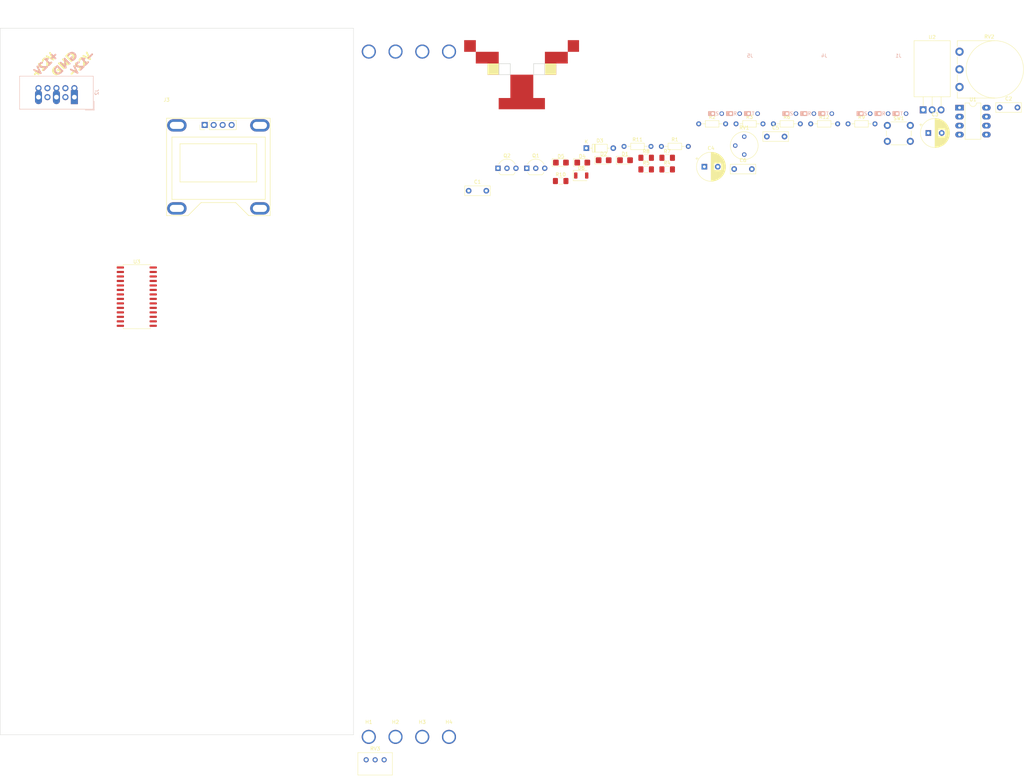
<source format=kicad_pcb>
(kicad_pcb (version 20171130) (host pcbnew "(5.1.5)-3")

  (general
    (thickness 1.6)
    (drawings 19)
    (tracks 0)
    (zones 0)
    (modules 43)
    (nets 73)
  )

  (page A4 portrait)
  (layers
    (0 F.Cu signal)
    (31 B.Cu signal)
    (32 B.Adhes user)
    (33 F.Adhes user)
    (34 B.Paste user)
    (35 F.Paste user)
    (36 B.SilkS user)
    (37 F.SilkS user)
    (38 B.Mask user)
    (39 F.Mask user)
    (40 Dwgs.User user)
    (41 Cmts.User user)
    (42 Eco1.User user)
    (43 Eco2.User user)
    (44 Edge.Cuts user)
    (45 Margin user)
    (46 B.CrtYd user)
    (47 F.CrtYd user)
    (48 B.Fab user)
    (49 F.Fab user)
  )

  (setup
    (last_trace_width 0.1524)
    (user_trace_width 0.1524)
    (user_trace_width 0.254)
    (user_trace_width 0.508)
    (user_trace_width 0.762)
    (user_trace_width 1.016)
    (trace_clearance 0.1524)
    (zone_clearance 0.508)
    (zone_45_only no)
    (trace_min 0.1524)
    (via_size 0.6858)
    (via_drill 0.3302)
    (via_min_size 0.508)
    (via_min_drill 0.254)
    (user_via 0.508 0.254)
    (user_via 0.6858 0.3302)
    (user_via 0.8 0.4)
    (uvia_size 0.508)
    (uvia_drill 0.254)
    (uvias_allowed no)
    (uvia_min_size 0.2)
    (uvia_min_drill 0.1)
    (edge_width 0.15)
    (segment_width 0.2)
    (pcb_text_width 0.3)
    (pcb_text_size 1.5 1.5)
    (mod_edge_width 0.15)
    (mod_text_size 1 1)
    (mod_text_width 0.15)
    (pad_size 1.524 1.524)
    (pad_drill 0.762)
    (pad_to_mask_clearance 0.051)
    (solder_mask_min_width 0.25)
    (aux_axis_origin 12.1 12.1)
    (grid_origin 12.1 12.1)
    (visible_elements 7FFFFFFF)
    (pcbplotparams
      (layerselection 0x010fc_ffffffff)
      (usegerberextensions false)
      (usegerberattributes false)
      (usegerberadvancedattributes false)
      (creategerberjobfile false)
      (excludeedgelayer true)
      (linewidth 0.100000)
      (plotframeref false)
      (viasonmask false)
      (mode 1)
      (useauxorigin false)
      (hpglpennumber 1)
      (hpglpenspeed 20)
      (hpglpendiameter 15.000000)
      (psnegative false)
      (psa4output false)
      (plotreference true)
      (plotvalue true)
      (plotinvisibletext false)
      (padsonsilk false)
      (subtractmaskfromsilk false)
      (outputformat 1)
      (mirror false)
      (drillshape 1)
      (scaleselection 1)
      (outputdirectory ""))
  )

  (net 0 "")
  (net 1 GND)
  (net 2 +12V)
  (net 3 -12V)
  (net 4 +5V)
  (net 5 /Rst)
  (net 6 "Net-(D1-Pad2)")
  (net 7 "Net-(D2-Pad2)")
  (net 8 "Net-(D3-Pad2)")
  (net 9 "Net-(D3-Pad1)")
  (net 10 "Net-(D4-Pad2)")
  (net 11 "Net-(D5-Pad2)")
  (net 12 "Net-(D6-Pad2)")
  (net 13 "Net-(J1-PadRN)")
  (net 14 "Net-(J1-PadSN)")
  (net 15 "Net-(J1-PadT)")
  (net 16 "Net-(J1-PadR)")
  (net 17 /SDA)
  (net 18 /SCL)
  (net 19 "Net-(J4-PadTN)")
  (net 20 "Net-(J4-PadRN)")
  (net 21 "Net-(J4-PadSN)")
  (net 22 "Net-(J4-PadT)")
  (net 23 "Net-(J4-PadR)")
  (net 24 "Net-(J5-PadTN)")
  (net 25 "Net-(J5-PadRN)")
  (net 26 "Net-(J5-PadSN)")
  (net 27 "Net-(J5-PadT)")
  (net 28 "Net-(J5-PadR)")
  (net 29 "Net-(Q1-Pad1)")
  (net 30 "Net-(Q1-Pad2)")
  (net 31 /Clk)
  (net 32 "Net-(Q2-Pad2)")
  (net 33 "Net-(R11-Pad2)")
  (net 34 "Net-(R12-Pad2)")
  (net 35 "Net-(RV1-Pad1)")
  (net 36 "Net-(RV1-Pad2)")
  (net 37 "Net-(RV1-Pad3)")
  (net 38 "Net-(RV2-Pad1)")
  (net 39 "Net-(RV2-Pad2)")
  (net 40 "Net-(RV2-Pad3)")
  (net 41 "Net-(RV3-Pad3)")
  (net 42 "Net-(RV3-Pad2)")
  (net 43 "Net-(RV3-Pad1)")
  (net 44 "Net-(U1-Pad3)")
  (net 45 "Net-(U1-Pad5)")
  (net 46 "Net-(U3-Pad28)")
  (net 47 "Net-(U3-Pad27)")
  (net 48 "Net-(U3-Pad26)")
  (net 49 "Net-(U3-Pad25)")
  (net 50 "Net-(U3-Pad24)")
  (net 51 "Net-(U3-Pad23)")
  (net 52 "Net-(U3-Pad22)")
  (net 53 "Net-(U3-Pad21)")
  (net 54 "Net-(U3-Pad20)")
  (net 55 "Net-(U3-Pad19)")
  (net 56 "Net-(U3-Pad18)")
  (net 57 "Net-(U3-Pad17)")
  (net 58 "Net-(U3-Pad16)")
  (net 59 "Net-(U3-Pad15)")
  (net 60 "Net-(U3-Pad14)")
  (net 61 "Net-(U3-Pad13)")
  (net 62 "Net-(U3-Pad12)")
  (net 63 "Net-(U3-Pad11)")
  (net 64 "Net-(U3-Pad10)")
  (net 65 "Net-(U3-Pad9)")
  (net 66 "Net-(U3-Pad7)")
  (net 67 "Net-(U3-Pad6)")
  (net 68 "Net-(U3-Pad5)")
  (net 69 "Net-(U3-Pad4)")
  (net 70 "Net-(U3-Pad3)")
  (net 71 "Net-(U3-Pad2)")
  (net 72 "Net-(U3-Pad1)")

  (net_class Default "Ceci est la Netclass par défaut."
    (clearance 0.1524)
    (trace_width 0.1524)
    (via_dia 0.6858)
    (via_drill 0.3302)
    (uvia_dia 0.508)
    (uvia_drill 0.254)
    (add_net +12V)
    (add_net +5V)
    (add_net -12V)
    (add_net /Clk)
    (add_net /Rst)
    (add_net /SCL)
    (add_net /SDA)
    (add_net GND)
    (add_net "Net-(D1-Pad2)")
    (add_net "Net-(D2-Pad2)")
    (add_net "Net-(D3-Pad1)")
    (add_net "Net-(D3-Pad2)")
    (add_net "Net-(D4-Pad2)")
    (add_net "Net-(D5-Pad2)")
    (add_net "Net-(D6-Pad2)")
    (add_net "Net-(J1-PadR)")
    (add_net "Net-(J1-PadRN)")
    (add_net "Net-(J1-PadSN)")
    (add_net "Net-(J1-PadT)")
    (add_net "Net-(J4-PadR)")
    (add_net "Net-(J4-PadRN)")
    (add_net "Net-(J4-PadSN)")
    (add_net "Net-(J4-PadT)")
    (add_net "Net-(J4-PadTN)")
    (add_net "Net-(J5-PadR)")
    (add_net "Net-(J5-PadRN)")
    (add_net "Net-(J5-PadSN)")
    (add_net "Net-(J5-PadT)")
    (add_net "Net-(J5-PadTN)")
    (add_net "Net-(Q1-Pad1)")
    (add_net "Net-(Q1-Pad2)")
    (add_net "Net-(Q2-Pad2)")
    (add_net "Net-(R11-Pad2)")
    (add_net "Net-(R12-Pad2)")
    (add_net "Net-(RV1-Pad1)")
    (add_net "Net-(RV1-Pad2)")
    (add_net "Net-(RV1-Pad3)")
    (add_net "Net-(RV2-Pad1)")
    (add_net "Net-(RV2-Pad2)")
    (add_net "Net-(RV2-Pad3)")
    (add_net "Net-(RV3-Pad1)")
    (add_net "Net-(RV3-Pad2)")
    (add_net "Net-(RV3-Pad3)")
    (add_net "Net-(U1-Pad3)")
    (add_net "Net-(U1-Pad5)")
    (add_net "Net-(U3-Pad1)")
    (add_net "Net-(U3-Pad10)")
    (add_net "Net-(U3-Pad11)")
    (add_net "Net-(U3-Pad12)")
    (add_net "Net-(U3-Pad13)")
    (add_net "Net-(U3-Pad14)")
    (add_net "Net-(U3-Pad15)")
    (add_net "Net-(U3-Pad16)")
    (add_net "Net-(U3-Pad17)")
    (add_net "Net-(U3-Pad18)")
    (add_net "Net-(U3-Pad19)")
    (add_net "Net-(U3-Pad2)")
    (add_net "Net-(U3-Pad20)")
    (add_net "Net-(U3-Pad21)")
    (add_net "Net-(U3-Pad22)")
    (add_net "Net-(U3-Pad23)")
    (add_net "Net-(U3-Pad24)")
    (add_net "Net-(U3-Pad25)")
    (add_net "Net-(U3-Pad26)")
    (add_net "Net-(U3-Pad27)")
    (add_net "Net-(U3-Pad28)")
    (add_net "Net-(U3-Pad3)")
    (add_net "Net-(U3-Pad4)")
    (add_net "Net-(U3-Pad5)")
    (add_net "Net-(U3-Pad6)")
    (add_net "Net-(U3-Pad7)")
    (add_net "Net-(U3-Pad9)")
  )

  (module Package_SO:SOIC-28W_7.5x17.9mm_P1.27mm (layer F.Cu) (tedit 5D9F72B1) (tstamp 5F3CB4D9)
    (at 50.75 88.085)
    (descr "SOIC, 28 Pin (JEDEC MS-013AE, https://www.analog.com/media/en/package-pcb-resources/package/35833120341221rw_28.pdf), generated with kicad-footprint-generator ipc_gullwing_generator.py")
    (tags "SOIC SO")
    (path /6293769C)
    (attr smd)
    (fp_text reference U3 (at 0 -9.9) (layer F.SilkS)
      (effects (font (size 1 1) (thickness 0.15)))
    )
    (fp_text value PIC18F26Q43 (at 0 9.9) (layer F.Fab)
      (effects (font (size 1 1) (thickness 0.15)))
    )
    (fp_text user %R (at 0 0) (layer F.Fab)
      (effects (font (size 1 1) (thickness 0.15)))
    )
    (fp_line (start 5.93 -9.2) (end -5.93 -9.2) (layer F.CrtYd) (width 0.05))
    (fp_line (start 5.93 9.2) (end 5.93 -9.2) (layer F.CrtYd) (width 0.05))
    (fp_line (start -5.93 9.2) (end 5.93 9.2) (layer F.CrtYd) (width 0.05))
    (fp_line (start -5.93 -9.2) (end -5.93 9.2) (layer F.CrtYd) (width 0.05))
    (fp_line (start -3.75 -7.95) (end -2.75 -8.95) (layer F.Fab) (width 0.1))
    (fp_line (start -3.75 8.95) (end -3.75 -7.95) (layer F.Fab) (width 0.1))
    (fp_line (start 3.75 8.95) (end -3.75 8.95) (layer F.Fab) (width 0.1))
    (fp_line (start 3.75 -8.95) (end 3.75 8.95) (layer F.Fab) (width 0.1))
    (fp_line (start -2.75 -8.95) (end 3.75 -8.95) (layer F.Fab) (width 0.1))
    (fp_line (start -3.86 -8.815) (end -5.675 -8.815) (layer F.SilkS) (width 0.12))
    (fp_line (start -3.86 -9.06) (end -3.86 -8.815) (layer F.SilkS) (width 0.12))
    (fp_line (start 0 -9.06) (end -3.86 -9.06) (layer F.SilkS) (width 0.12))
    (fp_line (start 3.86 -9.06) (end 3.86 -8.815) (layer F.SilkS) (width 0.12))
    (fp_line (start 0 -9.06) (end 3.86 -9.06) (layer F.SilkS) (width 0.12))
    (fp_line (start -3.86 9.06) (end -3.86 8.815) (layer F.SilkS) (width 0.12))
    (fp_line (start 0 9.06) (end -3.86 9.06) (layer F.SilkS) (width 0.12))
    (fp_line (start 3.86 9.06) (end 3.86 8.815) (layer F.SilkS) (width 0.12))
    (fp_line (start 0 9.06) (end 3.86 9.06) (layer F.SilkS) (width 0.12))
    (pad 28 smd roundrect (at 4.65 -8.255) (size 2.05 0.6) (layers F.Cu F.Paste F.Mask) (roundrect_rratio 0.25)
      (net 46 "Net-(U3-Pad28)"))
    (pad 27 smd roundrect (at 4.65 -6.985) (size 2.05 0.6) (layers F.Cu F.Paste F.Mask) (roundrect_rratio 0.25)
      (net 47 "Net-(U3-Pad27)"))
    (pad 26 smd roundrect (at 4.65 -5.715) (size 2.05 0.6) (layers F.Cu F.Paste F.Mask) (roundrect_rratio 0.25)
      (net 48 "Net-(U3-Pad26)"))
    (pad 25 smd roundrect (at 4.65 -4.445) (size 2.05 0.6) (layers F.Cu F.Paste F.Mask) (roundrect_rratio 0.25)
      (net 49 "Net-(U3-Pad25)"))
    (pad 24 smd roundrect (at 4.65 -3.175) (size 2.05 0.6) (layers F.Cu F.Paste F.Mask) (roundrect_rratio 0.25)
      (net 50 "Net-(U3-Pad24)"))
    (pad 23 smd roundrect (at 4.65 -1.905) (size 2.05 0.6) (layers F.Cu F.Paste F.Mask) (roundrect_rratio 0.25)
      (net 51 "Net-(U3-Pad23)"))
    (pad 22 smd roundrect (at 4.65 -0.635) (size 2.05 0.6) (layers F.Cu F.Paste F.Mask) (roundrect_rratio 0.25)
      (net 52 "Net-(U3-Pad22)"))
    (pad 21 smd roundrect (at 4.65 0.635) (size 2.05 0.6) (layers F.Cu F.Paste F.Mask) (roundrect_rratio 0.25)
      (net 53 "Net-(U3-Pad21)"))
    (pad 20 smd roundrect (at 4.65 1.905) (size 2.05 0.6) (layers F.Cu F.Paste F.Mask) (roundrect_rratio 0.25)
      (net 54 "Net-(U3-Pad20)"))
    (pad 19 smd roundrect (at 4.65 3.175) (size 2.05 0.6) (layers F.Cu F.Paste F.Mask) (roundrect_rratio 0.25)
      (net 55 "Net-(U3-Pad19)"))
    (pad 18 smd roundrect (at 4.65 4.445) (size 2.05 0.6) (layers F.Cu F.Paste F.Mask) (roundrect_rratio 0.25)
      (net 56 "Net-(U3-Pad18)"))
    (pad 17 smd roundrect (at 4.65 5.715) (size 2.05 0.6) (layers F.Cu F.Paste F.Mask) (roundrect_rratio 0.25)
      (net 57 "Net-(U3-Pad17)"))
    (pad 16 smd roundrect (at 4.65 6.985) (size 2.05 0.6) (layers F.Cu F.Paste F.Mask) (roundrect_rratio 0.25)
      (net 58 "Net-(U3-Pad16)"))
    (pad 15 smd roundrect (at 4.65 8.255) (size 2.05 0.6) (layers F.Cu F.Paste F.Mask) (roundrect_rratio 0.25)
      (net 59 "Net-(U3-Pad15)"))
    (pad 14 smd roundrect (at -4.65 8.255) (size 2.05 0.6) (layers F.Cu F.Paste F.Mask) (roundrect_rratio 0.25)
      (net 60 "Net-(U3-Pad14)"))
    (pad 13 smd roundrect (at -4.65 6.985) (size 2.05 0.6) (layers F.Cu F.Paste F.Mask) (roundrect_rratio 0.25)
      (net 61 "Net-(U3-Pad13)"))
    (pad 12 smd roundrect (at -4.65 5.715) (size 2.05 0.6) (layers F.Cu F.Paste F.Mask) (roundrect_rratio 0.25)
      (net 62 "Net-(U3-Pad12)"))
    (pad 11 smd roundrect (at -4.65 4.445) (size 2.05 0.6) (layers F.Cu F.Paste F.Mask) (roundrect_rratio 0.25)
      (net 63 "Net-(U3-Pad11)"))
    (pad 10 smd roundrect (at -4.65 3.175) (size 2.05 0.6) (layers F.Cu F.Paste F.Mask) (roundrect_rratio 0.25)
      (net 64 "Net-(U3-Pad10)"))
    (pad 9 smd roundrect (at -4.65 1.905) (size 2.05 0.6) (layers F.Cu F.Paste F.Mask) (roundrect_rratio 0.25)
      (net 65 "Net-(U3-Pad9)"))
    (pad 8 smd roundrect (at -4.65 0.635) (size 2.05 0.6) (layers F.Cu F.Paste F.Mask) (roundrect_rratio 0.25)
      (net 55 "Net-(U3-Pad19)"))
    (pad 7 smd roundrect (at -4.65 -0.635) (size 2.05 0.6) (layers F.Cu F.Paste F.Mask) (roundrect_rratio 0.25)
      (net 66 "Net-(U3-Pad7)"))
    (pad 6 smd roundrect (at -4.65 -1.905) (size 2.05 0.6) (layers F.Cu F.Paste F.Mask) (roundrect_rratio 0.25)
      (net 67 "Net-(U3-Pad6)"))
    (pad 5 smd roundrect (at -4.65 -3.175) (size 2.05 0.6) (layers F.Cu F.Paste F.Mask) (roundrect_rratio 0.25)
      (net 68 "Net-(U3-Pad5)"))
    (pad 4 smd roundrect (at -4.65 -4.445) (size 2.05 0.6) (layers F.Cu F.Paste F.Mask) (roundrect_rratio 0.25)
      (net 69 "Net-(U3-Pad4)"))
    (pad 3 smd roundrect (at -4.65 -5.715) (size 2.05 0.6) (layers F.Cu F.Paste F.Mask) (roundrect_rratio 0.25)
      (net 70 "Net-(U3-Pad3)"))
    (pad 2 smd roundrect (at -4.65 -6.985) (size 2.05 0.6) (layers F.Cu F.Paste F.Mask) (roundrect_rratio 0.25)
      (net 71 "Net-(U3-Pad2)"))
    (pad 1 smd roundrect (at -4.65 -8.255) (size 2.05 0.6) (layers F.Cu F.Paste F.Mask) (roundrect_rratio 0.25)
      (net 72 "Net-(U3-Pad1)"))
    (model ${KISYS3DMOD}/Package_SO.3dshapes/SOIC-28W_7.5x17.9mm_P1.27mm.wrl
      (at (xyz 0 0 0))
      (scale (xyz 1 1 1))
      (rotate (xyz 0 0 0))
    )
  )

  (module Package_TO_SOT_THT:TO-220-3_Horizontal_TabDown (layer F.Cu) (tedit 5AC8BA0D) (tstamp 5F3CB4A6)
    (at 273.37 35.2)
    (descr "TO-220-3, Horizontal, RM 2.54mm, see https://www.vishay.com/docs/66542/to-220-1.pdf")
    (tags "TO-220-3 Horizontal RM 2.54mm")
    (path /5FC2FF98)
    (fp_text reference U2 (at 2.54 -20.58) (layer F.SilkS)
      (effects (font (size 1 1) (thickness 0.15)))
    )
    (fp_text value L7805 (at 2.54 2) (layer F.Fab)
      (effects (font (size 1 1) (thickness 0.15)))
    )
    (fp_text user %R (at 2.54 -20.58) (layer F.Fab)
      (effects (font (size 1 1) (thickness 0.15)))
    )
    (fp_line (start 7.79 -19.71) (end -2.71 -19.71) (layer F.CrtYd) (width 0.05))
    (fp_line (start 7.79 1.25) (end 7.79 -19.71) (layer F.CrtYd) (width 0.05))
    (fp_line (start -2.71 1.25) (end 7.79 1.25) (layer F.CrtYd) (width 0.05))
    (fp_line (start -2.71 -19.71) (end -2.71 1.25) (layer F.CrtYd) (width 0.05))
    (fp_line (start 5.08 -3.69) (end 5.08 -1.15) (layer F.SilkS) (width 0.12))
    (fp_line (start 2.54 -3.69) (end 2.54 -1.15) (layer F.SilkS) (width 0.12))
    (fp_line (start 0 -3.69) (end 0 -1.15) (layer F.SilkS) (width 0.12))
    (fp_line (start 7.66 -19.58) (end 7.66 -3.69) (layer F.SilkS) (width 0.12))
    (fp_line (start -2.58 -19.58) (end -2.58 -3.69) (layer F.SilkS) (width 0.12))
    (fp_line (start -2.58 -19.58) (end 7.66 -19.58) (layer F.SilkS) (width 0.12))
    (fp_line (start -2.58 -3.69) (end 7.66 -3.69) (layer F.SilkS) (width 0.12))
    (fp_line (start 5.08 -3.81) (end 5.08 0) (layer F.Fab) (width 0.1))
    (fp_line (start 2.54 -3.81) (end 2.54 0) (layer F.Fab) (width 0.1))
    (fp_line (start 0 -3.81) (end 0 0) (layer F.Fab) (width 0.1))
    (fp_line (start 7.54 -3.81) (end -2.46 -3.81) (layer F.Fab) (width 0.1))
    (fp_line (start 7.54 -13.06) (end 7.54 -3.81) (layer F.Fab) (width 0.1))
    (fp_line (start -2.46 -13.06) (end 7.54 -13.06) (layer F.Fab) (width 0.1))
    (fp_line (start -2.46 -3.81) (end -2.46 -13.06) (layer F.Fab) (width 0.1))
    (fp_line (start 7.54 -13.06) (end -2.46 -13.06) (layer F.Fab) (width 0.1))
    (fp_line (start 7.54 -19.46) (end 7.54 -13.06) (layer F.Fab) (width 0.1))
    (fp_line (start -2.46 -19.46) (end 7.54 -19.46) (layer F.Fab) (width 0.1))
    (fp_line (start -2.46 -13.06) (end -2.46 -19.46) (layer F.Fab) (width 0.1))
    (fp_circle (center 2.54 -16.66) (end 4.39 -16.66) (layer F.Fab) (width 0.1))
    (pad 3 thru_hole oval (at 5.08 0) (size 1.905 2) (drill 1.1) (layers *.Cu *.Mask)
      (net 4 +5V))
    (pad 2 thru_hole oval (at 2.54 0) (size 1.905 2) (drill 1.1) (layers *.Cu *.Mask)
      (net 1 GND))
    (pad 1 thru_hole rect (at 0 0) (size 1.905 2) (drill 1.1) (layers *.Cu *.Mask)
      (net 2 +12V))
    (pad "" np_thru_hole oval (at 2.54 -16.66) (size 3.5 3.5) (drill 3.5) (layers *.Cu *.Mask))
    (model ${KISYS3DMOD}/Package_TO_SOT_THT.3dshapes/TO-220-3_Horizontal_TabDown.wrl
      (at (xyz 0 0 0))
      (scale (xyz 1 1 1))
      (rotate (xyz 0 0 0))
    )
  )

  (module Package_DIP:DIP-8_W7.62mm_LongPads (layer F.Cu) (tedit 5A02E8C5) (tstamp 5F3CB486)
    (at 283.66 34.59)
    (descr "8-lead though-hole mounted DIP package, row spacing 7.62 mm (300 mils), LongPads")
    (tags "THT DIP DIL PDIP 2.54mm 7.62mm 300mil LongPads")
    (path /6038C1EA)
    (fp_text reference U1 (at 3.81 -2.33) (layer F.SilkS)
      (effects (font (size 1 1) (thickness 0.15)))
    )
    (fp_text value TL082 (at 3.81 9.95) (layer F.Fab)
      (effects (font (size 1 1) (thickness 0.15)))
    )
    (fp_text user %R (at 3.81 3.81) (layer F.Fab)
      (effects (font (size 1 1) (thickness 0.15)))
    )
    (fp_line (start 9.1 -1.55) (end -1.45 -1.55) (layer F.CrtYd) (width 0.05))
    (fp_line (start 9.1 9.15) (end 9.1 -1.55) (layer F.CrtYd) (width 0.05))
    (fp_line (start -1.45 9.15) (end 9.1 9.15) (layer F.CrtYd) (width 0.05))
    (fp_line (start -1.45 -1.55) (end -1.45 9.15) (layer F.CrtYd) (width 0.05))
    (fp_line (start 6.06 -1.33) (end 4.81 -1.33) (layer F.SilkS) (width 0.12))
    (fp_line (start 6.06 8.95) (end 6.06 -1.33) (layer F.SilkS) (width 0.12))
    (fp_line (start 1.56 8.95) (end 6.06 8.95) (layer F.SilkS) (width 0.12))
    (fp_line (start 1.56 -1.33) (end 1.56 8.95) (layer F.SilkS) (width 0.12))
    (fp_line (start 2.81 -1.33) (end 1.56 -1.33) (layer F.SilkS) (width 0.12))
    (fp_line (start 0.635 -0.27) (end 1.635 -1.27) (layer F.Fab) (width 0.1))
    (fp_line (start 0.635 8.89) (end 0.635 -0.27) (layer F.Fab) (width 0.1))
    (fp_line (start 6.985 8.89) (end 0.635 8.89) (layer F.Fab) (width 0.1))
    (fp_line (start 6.985 -1.27) (end 6.985 8.89) (layer F.Fab) (width 0.1))
    (fp_line (start 1.635 -1.27) (end 6.985 -1.27) (layer F.Fab) (width 0.1))
    (fp_arc (start 3.81 -1.33) (end 2.81 -1.33) (angle -180) (layer F.SilkS) (width 0.12))
    (pad 8 thru_hole oval (at 7.62 0) (size 2.4 1.6) (drill 0.8) (layers *.Cu *.Mask)
      (net 2 +12V))
    (pad 4 thru_hole oval (at 0 7.62) (size 2.4 1.6) (drill 0.8) (layers *.Cu *.Mask)
      (net 3 -12V))
    (pad 7 thru_hole oval (at 7.62 2.54) (size 2.4 1.6) (drill 0.8) (layers *.Cu *.Mask)
      (net 33 "Net-(R11-Pad2)"))
    (pad 3 thru_hole oval (at 0 5.08) (size 2.4 1.6) (drill 0.8) (layers *.Cu *.Mask)
      (net 44 "Net-(U1-Pad3)"))
    (pad 6 thru_hole oval (at 7.62 5.08) (size 2.4 1.6) (drill 0.8) (layers *.Cu *.Mask)
      (net 22 "Net-(J4-PadT)"))
    (pad 2 thru_hole oval (at 0 2.54) (size 2.4 1.6) (drill 0.8) (layers *.Cu *.Mask)
      (net 27 "Net-(J5-PadT)"))
    (pad 5 thru_hole oval (at 7.62 7.62) (size 2.4 1.6) (drill 0.8) (layers *.Cu *.Mask)
      (net 45 "Net-(U1-Pad5)"))
    (pad 1 thru_hole rect (at 0 0) (size 2.4 1.6) (drill 0.8) (layers *.Cu *.Mask)
      (net 34 "Net-(R12-Pad2)"))
    (model ${KISYS3DMOD}/Package_DIP.3dshapes/DIP-8_W7.62mm.wrl
      (at (xyz 0 0 0))
      (scale (xyz 1 1 1))
      (rotate (xyz 0 0 0))
    )
  )

  (module Button_Switch_THT:SW_PUSH_6mm (layer F.Cu) (tedit 5A02FE31) (tstamp 5F3CB46A)
    (at 263.23 39.61)
    (descr https://www.omron.com/ecb/products/pdf/en-b3f.pdf)
    (tags "tact sw push 6mm")
    (path /60455F05)
    (fp_text reference SW1 (at 3.25 -2) (layer F.SilkS)
      (effects (font (size 1 1) (thickness 0.15)))
    )
    (fp_text value Reset (at 3.75 6.7) (layer F.Fab)
      (effects (font (size 1 1) (thickness 0.15)))
    )
    (fp_circle (center 3.25 2.25) (end 1.25 2.5) (layer F.Fab) (width 0.1))
    (fp_line (start 6.75 3) (end 6.75 1.5) (layer F.SilkS) (width 0.12))
    (fp_line (start 5.5 -1) (end 1 -1) (layer F.SilkS) (width 0.12))
    (fp_line (start -0.25 1.5) (end -0.25 3) (layer F.SilkS) (width 0.12))
    (fp_line (start 1 5.5) (end 5.5 5.5) (layer F.SilkS) (width 0.12))
    (fp_line (start 8 -1.25) (end 8 5.75) (layer F.CrtYd) (width 0.05))
    (fp_line (start 7.75 6) (end -1.25 6) (layer F.CrtYd) (width 0.05))
    (fp_line (start -1.5 5.75) (end -1.5 -1.25) (layer F.CrtYd) (width 0.05))
    (fp_line (start -1.25 -1.5) (end 7.75 -1.5) (layer F.CrtYd) (width 0.05))
    (fp_line (start -1.5 6) (end -1.25 6) (layer F.CrtYd) (width 0.05))
    (fp_line (start -1.5 5.75) (end -1.5 6) (layer F.CrtYd) (width 0.05))
    (fp_line (start -1.5 -1.5) (end -1.25 -1.5) (layer F.CrtYd) (width 0.05))
    (fp_line (start -1.5 -1.25) (end -1.5 -1.5) (layer F.CrtYd) (width 0.05))
    (fp_line (start 8 -1.5) (end 8 -1.25) (layer F.CrtYd) (width 0.05))
    (fp_line (start 7.75 -1.5) (end 8 -1.5) (layer F.CrtYd) (width 0.05))
    (fp_line (start 8 6) (end 8 5.75) (layer F.CrtYd) (width 0.05))
    (fp_line (start 7.75 6) (end 8 6) (layer F.CrtYd) (width 0.05))
    (fp_line (start 0.25 -0.75) (end 3.25 -0.75) (layer F.Fab) (width 0.1))
    (fp_line (start 0.25 5.25) (end 0.25 -0.75) (layer F.Fab) (width 0.1))
    (fp_line (start 6.25 5.25) (end 0.25 5.25) (layer F.Fab) (width 0.1))
    (fp_line (start 6.25 -0.75) (end 6.25 5.25) (layer F.Fab) (width 0.1))
    (fp_line (start 3.25 -0.75) (end 6.25 -0.75) (layer F.Fab) (width 0.1))
    (fp_text user %R (at 3.25 2.25) (layer F.Fab)
      (effects (font (size 1 1) (thickness 0.15)))
    )
    (pad 1 thru_hole circle (at 6.5 0 90) (size 2 2) (drill 1.1) (layers *.Cu *.Mask)
      (net 4 +5V))
    (pad 2 thru_hole circle (at 6.5 4.5 90) (size 2 2) (drill 1.1) (layers *.Cu *.Mask)
      (net 5 /Rst))
    (pad 1 thru_hole circle (at 0 0 90) (size 2 2) (drill 1.1) (layers *.Cu *.Mask)
      (net 4 +5V))
    (pad 2 thru_hole circle (at 0 4.5 90) (size 2 2) (drill 1.1) (layers *.Cu *.Mask)
      (net 5 /Rst))
    (model ${KISYS3DMOD}/Button_Switch_THT.3dshapes/SW_PUSH_6mm.wrl
      (at (xyz 0 0 0))
      (scale (xyz 1 1 1))
      (rotate (xyz 0 0 0))
    )
  )

  (module Potentiometer_THT:Potentiometer_Bourns_3299W_Vertical (layer F.Cu) (tedit 5A3D4994) (tstamp 5F3CB44B)
    (at 120.77 219.2)
    (descr "Potentiometer, vertical, Bourns 3299W, https://www.bourns.com/pdfs/3299.pdf")
    (tags "Potentiometer vertical Bourns 3299W")
    (path /5F36194E)
    (fp_text reference RV3 (at -2.54 -3.16) (layer F.SilkS)
      (effects (font (size 1 1) (thickness 0.15)))
    )
    (fp_text value R_POT_TRIM (at -2.54 5.44) (layer F.Fab)
      (effects (font (size 1 1) (thickness 0.15)))
    )
    (fp_text user %R (at -3.175 1.14) (layer F.Fab)
      (effects (font (size 1 1) (thickness 0.15)))
    )
    (fp_line (start 2.5 -2.2) (end -7.6 -2.2) (layer F.CrtYd) (width 0.05))
    (fp_line (start 2.5 4.45) (end 2.5 -2.2) (layer F.CrtYd) (width 0.05))
    (fp_line (start -7.6 4.45) (end 2.5 4.45) (layer F.CrtYd) (width 0.05))
    (fp_line (start -7.6 -2.2) (end -7.6 4.45) (layer F.CrtYd) (width 0.05))
    (fp_line (start 2.345 -2.03) (end 2.345 4.31) (layer F.SilkS) (width 0.12))
    (fp_line (start -7.425 -2.03) (end -7.425 4.31) (layer F.SilkS) (width 0.12))
    (fp_line (start -7.425 4.31) (end 2.345 4.31) (layer F.SilkS) (width 0.12))
    (fp_line (start -7.425 -2.03) (end 2.345 -2.03) (layer F.SilkS) (width 0.12))
    (fp_line (start 0.955 4.005) (end 0.956 1.836) (layer F.Fab) (width 0.1))
    (fp_line (start 0.955 4.005) (end 0.956 1.836) (layer F.Fab) (width 0.1))
    (fp_line (start 2.225 -1.91) (end -7.305 -1.91) (layer F.Fab) (width 0.1))
    (fp_line (start 2.225 4.19) (end 2.225 -1.91) (layer F.Fab) (width 0.1))
    (fp_line (start -7.305 4.19) (end 2.225 4.19) (layer F.Fab) (width 0.1))
    (fp_line (start -7.305 -1.91) (end -7.305 4.19) (layer F.Fab) (width 0.1))
    (fp_circle (center 0.955 2.92) (end 2.05 2.92) (layer F.Fab) (width 0.1))
    (pad 3 thru_hole circle (at -5.08 0) (size 1.44 1.44) (drill 0.8) (layers *.Cu *.Mask)
      (net 41 "Net-(RV3-Pad3)"))
    (pad 2 thru_hole circle (at -2.54 0) (size 1.44 1.44) (drill 0.8) (layers *.Cu *.Mask)
      (net 42 "Net-(RV3-Pad2)"))
    (pad 1 thru_hole circle (at 0 0) (size 1.44 1.44) (drill 0.8) (layers *.Cu *.Mask)
      (net 43 "Net-(RV3-Pad1)"))
    (model ${KISYS3DMOD}/Potentiometer_THT.3dshapes/Potentiometer_Bourns_3299W_Vertical.wrl
      (at (xyz 0 0 0))
      (scale (xyz 1 1 1))
      (rotate (xyz 0 0 0))
    )
  )

  (module Potentiometer_THT:Potentiometer_Piher_T-16L_Single_Vertical_Hole (layer F.Cu) (tedit 5A3D4993) (tstamp 5F3CB434)
    (at 283.66 28.74)
    (descr "Potentiometer, vertical, shaft hole, Piher T-16L Single, http://www.piher-nacesa.com/pdf/22-T16v03.pdf")
    (tags "Potentiometer vertical hole Piher T-16L Single")
    (path /5F360F90)
    (fp_text reference RV2 (at 8.415 -14.25) (layer F.SilkS)
      (effects (font (size 1 1) (thickness 0.15)))
    )
    (fp_text value R_POT (at 8.415 4.25) (layer F.Fab)
      (effects (font (size 1 1) (thickness 0.15)))
    )
    (fp_text user %R (at 0.5 -5 90) (layer F.Fab)
      (effects (font (size 1 1) (thickness 0.15)))
    )
    (fp_line (start 18.25 -13.25) (end -1.45 -13.25) (layer F.CrtYd) (width 0.05))
    (fp_line (start 18.25 3.25) (end 18.25 -13.25) (layer F.CrtYd) (width 0.05))
    (fp_line (start -1.45 3.25) (end 18.25 3.25) (layer F.CrtYd) (width 0.05))
    (fp_line (start -1.45 -13.25) (end -1.45 3.25) (layer F.CrtYd) (width 0.05))
    (fp_line (start -0.62 3.12) (end 10 3.12) (layer F.SilkS) (width 0.12))
    (fp_line (start -0.62 1.425) (end -0.62 3.12) (layer F.SilkS) (width 0.12))
    (fp_line (start -0.62 -3.575) (end -0.62 -1.425) (layer F.SilkS) (width 0.12))
    (fp_line (start -0.62 -8.574) (end -0.62 -6.425) (layer F.SilkS) (width 0.12))
    (fp_line (start -0.62 -13.12) (end -0.62 -11.426) (layer F.SilkS) (width 0.12))
    (fp_line (start -0.62 -13.12) (end 10 -13.12) (layer F.SilkS) (width 0.12))
    (fp_line (start -0.5 3) (end 10 3) (layer F.Fab) (width 0.1))
    (fp_line (start -0.5 -13) (end -0.5 3) (layer F.Fab) (width 0.1))
    (fp_line (start 10 -13) (end -0.5 -13) (layer F.Fab) (width 0.1))
    (fp_circle (center 10 -5) (end 18.12 -5) (layer F.SilkS) (width 0.12))
    (fp_circle (center 10 -5) (end 18 -5) (layer F.Fab) (width 0.1))
    (pad "" np_thru_hole circle (at 10 -5) (size 7.5 7.5) (drill 7.5) (layers *.Cu *.Mask))
    (pad 1 thru_hole circle (at 0 0) (size 2.34 2.34) (drill 1.3) (layers *.Cu *.Mask)
      (net 38 "Net-(RV2-Pad1)"))
    (pad 2 thru_hole circle (at 0 -5) (size 2.34 2.34) (drill 1.3) (layers *.Cu *.Mask)
      (net 39 "Net-(RV2-Pad2)"))
    (pad 3 thru_hole circle (at 0 -10) (size 2.34 2.34) (drill 1.3) (layers *.Cu *.Mask)
      (net 40 "Net-(RV2-Pad3)"))
    (model ${KISYS3DMOD}/Potentiometer_THT.3dshapes/Potentiometer_Piher_T-16L_Single_Vertical_Hole.wrl
      (at (xyz 0 0 0))
      (scale (xyz 1 1 1))
      (rotate (xyz 0 0 0))
    )
  )

  (module Potentiometer_THT:Potentiometer_Bourns_3339P_Vertical (layer F.Cu) (tedit 5A3D4993) (tstamp 5F3CB41C)
    (at 222.72 47.86)
    (descr "Potentiometer, vertical, Bourns 3339P, http://www.bourns.com/docs/Product-Datasheets/3339.pdf")
    (tags "Potentiometer vertical Bourns 3339P")
    (path /5F3627D1)
    (fp_text reference RV1 (at 0 -7.6) (layer F.SilkS)
      (effects (font (size 1 1) (thickness 0.15)))
    )
    (fp_text value R_POT_Small (at 0 2.52) (layer F.Fab)
      (effects (font (size 1 1) (thickness 0.15)))
    )
    (fp_text user %R (at -3.018 -2.54 90) (layer F.Fab)
      (effects (font (size 0.66 0.66) (thickness 0.15)))
    )
    (fp_line (start 4.1 -6.6) (end -4.1 -6.6) (layer F.CrtYd) (width 0.05))
    (fp_line (start 4.1 1.55) (end 4.1 -6.6) (layer F.CrtYd) (width 0.05))
    (fp_line (start -4.1 1.55) (end 4.1 1.55) (layer F.CrtYd) (width 0.05))
    (fp_line (start -4.1 -6.6) (end -4.1 1.55) (layer F.CrtYd) (width 0.05))
    (fp_line (start 0 -0.064) (end 0.001 -5.014) (layer F.Fab) (width 0.1))
    (fp_line (start 0 -0.064) (end 0.001 -5.014) (layer F.Fab) (width 0.1))
    (fp_circle (center 0 -2.54) (end 3.93 -2.54) (layer F.SilkS) (width 0.12))
    (fp_circle (center 0 -2.54) (end 2.5 -2.54) (layer F.Fab) (width 0.1))
    (fp_circle (center 0 -2.54) (end 3.81 -2.54) (layer F.Fab) (width 0.1))
    (pad 1 thru_hole circle (at 0 0) (size 1.26 1.26) (drill 0.7) (layers *.Cu *.Mask)
      (net 35 "Net-(RV1-Pad1)"))
    (pad 2 thru_hole circle (at -2.54 -2.54) (size 1.26 1.26) (drill 0.7) (layers *.Cu *.Mask)
      (net 36 "Net-(RV1-Pad2)"))
    (pad 3 thru_hole circle (at 0 -5.08) (size 1.26 1.26) (drill 0.7) (layers *.Cu *.Mask)
      (net 37 "Net-(RV1-Pad3)"))
    (model ${KISYS3DMOD}/Potentiometer_THT.3dshapes/Potentiometer_Bourns_3339P_Vertical.wrl
      (at (xyz 0 0 0))
      (scale (xyz 1 1 1))
      (rotate (xyz 0 0 0))
    )
  )

  (module Resistor_THT:R_Axial_DIN0204_L3.6mm_D1.6mm_P7.62mm_Horizontal (layer F.Cu) (tedit 5AE5139B) (tstamp 5F3CB40B)
    (at 241.54 39.16)
    (descr "Resistor, Axial_DIN0204 series, Axial, Horizontal, pin pitch=7.62mm, 0.167W, length*diameter=3.6*1.6mm^2, http://cdn-reichelt.de/documents/datenblatt/B400/1_4W%23YAG.pdf")
    (tags "Resistor Axial_DIN0204 series Axial Horizontal pin pitch 7.62mm 0.167W length 3.6mm diameter 1.6mm")
    (path /603AFAB7)
    (fp_text reference R12 (at 3.81 -1.92) (layer F.SilkS)
      (effects (font (size 1 1) (thickness 0.15)))
    )
    (fp_text value 1k (at 3.81 1.92) (layer F.Fab)
      (effects (font (size 1 1) (thickness 0.15)))
    )
    (fp_text user %R (at 3.81 0) (layer F.Fab)
      (effects (font (size 0.72 0.72) (thickness 0.108)))
    )
    (fp_line (start 8.57 -1.05) (end -0.95 -1.05) (layer F.CrtYd) (width 0.05))
    (fp_line (start 8.57 1.05) (end 8.57 -1.05) (layer F.CrtYd) (width 0.05))
    (fp_line (start -0.95 1.05) (end 8.57 1.05) (layer F.CrtYd) (width 0.05))
    (fp_line (start -0.95 -1.05) (end -0.95 1.05) (layer F.CrtYd) (width 0.05))
    (fp_line (start 6.68 0) (end 5.73 0) (layer F.SilkS) (width 0.12))
    (fp_line (start 0.94 0) (end 1.89 0) (layer F.SilkS) (width 0.12))
    (fp_line (start 5.73 -0.92) (end 1.89 -0.92) (layer F.SilkS) (width 0.12))
    (fp_line (start 5.73 0.92) (end 5.73 -0.92) (layer F.SilkS) (width 0.12))
    (fp_line (start 1.89 0.92) (end 5.73 0.92) (layer F.SilkS) (width 0.12))
    (fp_line (start 1.89 -0.92) (end 1.89 0.92) (layer F.SilkS) (width 0.12))
    (fp_line (start 7.62 0) (end 5.61 0) (layer F.Fab) (width 0.1))
    (fp_line (start 0 0) (end 2.01 0) (layer F.Fab) (width 0.1))
    (fp_line (start 5.61 -0.8) (end 2.01 -0.8) (layer F.Fab) (width 0.1))
    (fp_line (start 5.61 0.8) (end 5.61 -0.8) (layer F.Fab) (width 0.1))
    (fp_line (start 2.01 0.8) (end 5.61 0.8) (layer F.Fab) (width 0.1))
    (fp_line (start 2.01 -0.8) (end 2.01 0.8) (layer F.Fab) (width 0.1))
    (pad 2 thru_hole oval (at 7.62 0) (size 1.4 1.4) (drill 0.7) (layers *.Cu *.Mask)
      (net 34 "Net-(R12-Pad2)"))
    (pad 1 thru_hole circle (at 0 0) (size 1.4 1.4) (drill 0.7) (layers *.Cu *.Mask)
      (net 27 "Net-(J5-PadT)"))
    (model ${KISYS3DMOD}/Resistor_THT.3dshapes/R_Axial_DIN0204_L3.6mm_D1.6mm_P7.62mm_Horizontal.wrl
      (at (xyz 0 0 0))
      (scale (xyz 1 1 1))
      (rotate (xyz 0 0 0))
    )
  )

  (module Resistor_THT:R_Axial_DIN0204_L3.6mm_D1.6mm_P7.62mm_Horizontal (layer F.Cu) (tedit 5AE5139B) (tstamp 5F3CB3F4)
    (at 188.69 45.55)
    (descr "Resistor, Axial_DIN0204 series, Axial, Horizontal, pin pitch=7.62mm, 0.167W, length*diameter=3.6*1.6mm^2, http://cdn-reichelt.de/documents/datenblatt/B400/1_4W%23YAG.pdf")
    (tags "Resistor Axial_DIN0204 series Axial Horizontal pin pitch 7.62mm 0.167W length 3.6mm diameter 1.6mm")
    (path /6038AB7F)
    (fp_text reference R11 (at 3.81 -1.92) (layer F.SilkS)
      (effects (font (size 1 1) (thickness 0.15)))
    )
    (fp_text value 1k (at 3.81 1.92) (layer F.Fab)
      (effects (font (size 1 1) (thickness 0.15)))
    )
    (fp_text user %R (at 3.81 0) (layer F.Fab)
      (effects (font (size 0.72 0.72) (thickness 0.108)))
    )
    (fp_line (start 8.57 -1.05) (end -0.95 -1.05) (layer F.CrtYd) (width 0.05))
    (fp_line (start 8.57 1.05) (end 8.57 -1.05) (layer F.CrtYd) (width 0.05))
    (fp_line (start -0.95 1.05) (end 8.57 1.05) (layer F.CrtYd) (width 0.05))
    (fp_line (start -0.95 -1.05) (end -0.95 1.05) (layer F.CrtYd) (width 0.05))
    (fp_line (start 6.68 0) (end 5.73 0) (layer F.SilkS) (width 0.12))
    (fp_line (start 0.94 0) (end 1.89 0) (layer F.SilkS) (width 0.12))
    (fp_line (start 5.73 -0.92) (end 1.89 -0.92) (layer F.SilkS) (width 0.12))
    (fp_line (start 5.73 0.92) (end 5.73 -0.92) (layer F.SilkS) (width 0.12))
    (fp_line (start 1.89 0.92) (end 5.73 0.92) (layer F.SilkS) (width 0.12))
    (fp_line (start 1.89 -0.92) (end 1.89 0.92) (layer F.SilkS) (width 0.12))
    (fp_line (start 7.62 0) (end 5.61 0) (layer F.Fab) (width 0.1))
    (fp_line (start 0 0) (end 2.01 0) (layer F.Fab) (width 0.1))
    (fp_line (start 5.61 -0.8) (end 2.01 -0.8) (layer F.Fab) (width 0.1))
    (fp_line (start 5.61 0.8) (end 5.61 -0.8) (layer F.Fab) (width 0.1))
    (fp_line (start 2.01 0.8) (end 5.61 0.8) (layer F.Fab) (width 0.1))
    (fp_line (start 2.01 -0.8) (end 2.01 0.8) (layer F.Fab) (width 0.1))
    (pad 2 thru_hole oval (at 7.62 0) (size 1.4 1.4) (drill 0.7) (layers *.Cu *.Mask)
      (net 33 "Net-(R11-Pad2)"))
    (pad 1 thru_hole circle (at 0 0) (size 1.4 1.4) (drill 0.7) (layers *.Cu *.Mask)
      (net 22 "Net-(J4-PadT)"))
    (model ${KISYS3DMOD}/Resistor_THT.3dshapes/R_Axial_DIN0204_L3.6mm_D1.6mm_P7.62mm_Horizontal.wrl
      (at (xyz 0 0 0))
      (scale (xyz 1 1 1))
      (rotate (xyz 0 0 0))
    )
  )

  (module Resistor_SMD:R_1206_3216Metric_Pad1.42x1.75mm_HandSolder (layer F.Cu) (tedit 5B301BBD) (tstamp 5F3CB3DD)
    (at 170.75 55.35)
    (descr "Resistor SMD 1206 (3216 Metric), square (rectangular) end terminal, IPC_7351 nominal with elongated pad for handsoldering. (Body size source: http://www.tortai-tech.com/upload/download/2011102023233369053.pdf), generated with kicad-footprint-generator")
    (tags "resistor handsolder")
    (path /60C6FA4D)
    (attr smd)
    (fp_text reference R10 (at 0 -1.82) (layer F.SilkS)
      (effects (font (size 1 1) (thickness 0.15)))
    )
    (fp_text value 1k (at 0 1.82) (layer F.Fab)
      (effects (font (size 1 1) (thickness 0.15)))
    )
    (fp_text user %R (at 0 0) (layer F.Fab)
      (effects (font (size 0.8 0.8) (thickness 0.12)))
    )
    (fp_line (start 2.45 1.12) (end -2.45 1.12) (layer F.CrtYd) (width 0.05))
    (fp_line (start 2.45 -1.12) (end 2.45 1.12) (layer F.CrtYd) (width 0.05))
    (fp_line (start -2.45 -1.12) (end 2.45 -1.12) (layer F.CrtYd) (width 0.05))
    (fp_line (start -2.45 1.12) (end -2.45 -1.12) (layer F.CrtYd) (width 0.05))
    (fp_line (start -0.602064 0.91) (end 0.602064 0.91) (layer F.SilkS) (width 0.12))
    (fp_line (start -0.602064 -0.91) (end 0.602064 -0.91) (layer F.SilkS) (width 0.12))
    (fp_line (start 1.6 0.8) (end -1.6 0.8) (layer F.Fab) (width 0.1))
    (fp_line (start 1.6 -0.8) (end 1.6 0.8) (layer F.Fab) (width 0.1))
    (fp_line (start -1.6 -0.8) (end 1.6 -0.8) (layer F.Fab) (width 0.1))
    (fp_line (start -1.6 0.8) (end -1.6 -0.8) (layer F.Fab) (width 0.1))
    (pad 2 smd roundrect (at 1.4875 0) (size 1.425 1.75) (layers F.Cu F.Paste F.Mask) (roundrect_rratio 0.175439)
      (net 12 "Net-(D6-Pad2)"))
    (pad 1 smd roundrect (at -1.4875 0) (size 1.425 1.75) (layers F.Cu F.Paste F.Mask) (roundrect_rratio 0.175439)
      (net 31 /Clk))
    (model ${KISYS3DMOD}/Resistor_SMD.3dshapes/R_1206_3216Metric.wrl
      (at (xyz 0 0 0))
      (scale (xyz 1 1 1))
      (rotate (xyz 0 0 0))
    )
  )

  (module Resistor_THT:R_Axial_DIN0204_L3.6mm_D1.6mm_P7.62mm_Horizontal (layer F.Cu) (tedit 5AE5139B) (tstamp 5F3CB3CC)
    (at 252.11 39.16)
    (descr "Resistor, Axial_DIN0204 series, Axial, Horizontal, pin pitch=7.62mm, 0.167W, length*diameter=3.6*1.6mm^2, http://cdn-reichelt.de/documents/datenblatt/B400/1_4W%23YAG.pdf")
    (tags "Resistor Axial_DIN0204 series Axial Horizontal pin pitch 7.62mm 0.167W length 3.6mm diameter 1.6mm")
    (path /6043F27A)
    (fp_text reference R9 (at 3.81 -1.92) (layer F.SilkS)
      (effects (font (size 1 1) (thickness 0.15)))
    )
    (fp_text value 10k (at 3.81 1.92) (layer F.Fab)
      (effects (font (size 1 1) (thickness 0.15)))
    )
    (fp_text user %R (at 3.81 0) (layer F.Fab)
      (effects (font (size 0.72 0.72) (thickness 0.108)))
    )
    (fp_line (start 8.57 -1.05) (end -0.95 -1.05) (layer F.CrtYd) (width 0.05))
    (fp_line (start 8.57 1.05) (end 8.57 -1.05) (layer F.CrtYd) (width 0.05))
    (fp_line (start -0.95 1.05) (end 8.57 1.05) (layer F.CrtYd) (width 0.05))
    (fp_line (start -0.95 -1.05) (end -0.95 1.05) (layer F.CrtYd) (width 0.05))
    (fp_line (start 6.68 0) (end 5.73 0) (layer F.SilkS) (width 0.12))
    (fp_line (start 0.94 0) (end 1.89 0) (layer F.SilkS) (width 0.12))
    (fp_line (start 5.73 -0.92) (end 1.89 -0.92) (layer F.SilkS) (width 0.12))
    (fp_line (start 5.73 0.92) (end 5.73 -0.92) (layer F.SilkS) (width 0.12))
    (fp_line (start 1.89 0.92) (end 5.73 0.92) (layer F.SilkS) (width 0.12))
    (fp_line (start 1.89 -0.92) (end 1.89 0.92) (layer F.SilkS) (width 0.12))
    (fp_line (start 7.62 0) (end 5.61 0) (layer F.Fab) (width 0.1))
    (fp_line (start 0 0) (end 2.01 0) (layer F.Fab) (width 0.1))
    (fp_line (start 5.61 -0.8) (end 2.01 -0.8) (layer F.Fab) (width 0.1))
    (fp_line (start 5.61 0.8) (end 5.61 -0.8) (layer F.Fab) (width 0.1))
    (fp_line (start 2.01 0.8) (end 5.61 0.8) (layer F.Fab) (width 0.1))
    (fp_line (start 2.01 -0.8) (end 2.01 0.8) (layer F.Fab) (width 0.1))
    (pad 2 thru_hole oval (at 7.62 0) (size 1.4 1.4) (drill 0.7) (layers *.Cu *.Mask)
      (net 1 GND))
    (pad 1 thru_hole circle (at 0 0) (size 1.4 1.4) (drill 0.7) (layers *.Cu *.Mask)
      (net 5 /Rst))
    (model ${KISYS3DMOD}/Resistor_THT.3dshapes/R_Axial_DIN0204_L3.6mm_D1.6mm_P7.62mm_Horizontal.wrl
      (at (xyz 0 0 0))
      (scale (xyz 1 1 1))
      (rotate (xyz 0 0 0))
    )
  )

  (module Resistor_SMD:R_1206_3216Metric_Pad1.42x1.75mm_HandSolder (layer F.Cu) (tedit 5B301BBD) (tstamp 5F3CB3B5)
    (at 194.95 48.77)
    (descr "Resistor SMD 1206 (3216 Metric), square (rectangular) end terminal, IPC_7351 nominal with elongated pad for handsoldering. (Body size source: http://www.tortai-tech.com/upload/download/2011102023233369053.pdf), generated with kicad-footprint-generator")
    (tags "resistor handsolder")
    (path /60EB04E7)
    (attr smd)
    (fp_text reference R8 (at 0 -1.82) (layer F.SilkS)
      (effects (font (size 1 1) (thickness 0.15)))
    )
    (fp_text value 1k (at 0 1.82) (layer F.Fab)
      (effects (font (size 1 1) (thickness 0.15)))
    )
    (fp_text user %R (at 0 0) (layer F.Fab)
      (effects (font (size 0.8 0.8) (thickness 0.12)))
    )
    (fp_line (start 2.45 1.12) (end -2.45 1.12) (layer F.CrtYd) (width 0.05))
    (fp_line (start 2.45 -1.12) (end 2.45 1.12) (layer F.CrtYd) (width 0.05))
    (fp_line (start -2.45 -1.12) (end 2.45 -1.12) (layer F.CrtYd) (width 0.05))
    (fp_line (start -2.45 1.12) (end -2.45 -1.12) (layer F.CrtYd) (width 0.05))
    (fp_line (start -0.602064 0.91) (end 0.602064 0.91) (layer F.SilkS) (width 0.12))
    (fp_line (start -0.602064 -0.91) (end 0.602064 -0.91) (layer F.SilkS) (width 0.12))
    (fp_line (start 1.6 0.8) (end -1.6 0.8) (layer F.Fab) (width 0.1))
    (fp_line (start 1.6 -0.8) (end 1.6 0.8) (layer F.Fab) (width 0.1))
    (fp_line (start -1.6 -0.8) (end 1.6 -0.8) (layer F.Fab) (width 0.1))
    (fp_line (start -1.6 0.8) (end -1.6 -0.8) (layer F.Fab) (width 0.1))
    (pad 2 smd roundrect (at 1.4875 0) (size 1.425 1.75) (layers F.Cu F.Paste F.Mask) (roundrect_rratio 0.175439)
      (net 11 "Net-(D5-Pad2)"))
    (pad 1 smd roundrect (at -1.4875 0) (size 1.425 1.75) (layers F.Cu F.Paste F.Mask) (roundrect_rratio 0.175439)
      (net 4 +5V))
    (model ${KISYS3DMOD}/Resistor_SMD.3dshapes/R_1206_3216Metric.wrl
      (at (xyz 0 0 0))
      (scale (xyz 1 1 1))
      (rotate (xyz 0 0 0))
    )
  )

  (module Resistor_SMD:R_1206_3216Metric_Pad1.42x1.75mm_HandSolder (layer F.Cu) (tedit 5B301BBD) (tstamp 5F3CB3A4)
    (at 200.9 48.77)
    (descr "Resistor SMD 1206 (3216 Metric), square (rectangular) end terminal, IPC_7351 nominal with elongated pad for handsoldering. (Body size source: http://www.tortai-tech.com/upload/download/2011102023233369053.pdf), generated with kicad-footprint-generator")
    (tags "resistor handsolder")
    (path /60EAD10D)
    (attr smd)
    (fp_text reference R7 (at 0 -1.82) (layer F.SilkS)
      (effects (font (size 1 1) (thickness 0.15)))
    )
    (fp_text value 1k (at 0 1.82) (layer F.Fab)
      (effects (font (size 1 1) (thickness 0.15)))
    )
    (fp_text user %R (at 0 0) (layer F.Fab)
      (effects (font (size 0.8 0.8) (thickness 0.12)))
    )
    (fp_line (start 2.45 1.12) (end -2.45 1.12) (layer F.CrtYd) (width 0.05))
    (fp_line (start 2.45 -1.12) (end 2.45 1.12) (layer F.CrtYd) (width 0.05))
    (fp_line (start -2.45 -1.12) (end 2.45 -1.12) (layer F.CrtYd) (width 0.05))
    (fp_line (start -2.45 1.12) (end -2.45 -1.12) (layer F.CrtYd) (width 0.05))
    (fp_line (start -0.602064 0.91) (end 0.602064 0.91) (layer F.SilkS) (width 0.12))
    (fp_line (start -0.602064 -0.91) (end 0.602064 -0.91) (layer F.SilkS) (width 0.12))
    (fp_line (start 1.6 0.8) (end -1.6 0.8) (layer F.Fab) (width 0.1))
    (fp_line (start 1.6 -0.8) (end 1.6 0.8) (layer F.Fab) (width 0.1))
    (fp_line (start -1.6 -0.8) (end 1.6 -0.8) (layer F.Fab) (width 0.1))
    (fp_line (start -1.6 0.8) (end -1.6 -0.8) (layer F.Fab) (width 0.1))
    (pad 2 smd roundrect (at 1.4875 0) (size 1.425 1.75) (layers F.Cu F.Paste F.Mask) (roundrect_rratio 0.175439)
      (net 10 "Net-(D4-Pad2)"))
    (pad 1 smd roundrect (at -1.4875 0) (size 1.425 1.75) (layers F.Cu F.Paste F.Mask) (roundrect_rratio 0.175439)
      (net 4 +5V))
    (model ${KISYS3DMOD}/Resistor_SMD.3dshapes/R_1206_3216Metric.wrl
      (at (xyz 0 0 0))
      (scale (xyz 1 1 1))
      (rotate (xyz 0 0 0))
    )
  )

  (module Resistor_THT:R_Axial_DIN0204_L3.6mm_D1.6mm_P7.62mm_Horizontal (layer F.Cu) (tedit 5AE5139B) (tstamp 5F3CB393)
    (at 230.97 39.16)
    (descr "Resistor, Axial_DIN0204 series, Axial, Horizontal, pin pitch=7.62mm, 0.167W, length*diameter=3.6*1.6mm^2, http://cdn-reichelt.de/documents/datenblatt/B400/1_4W%23YAG.pdf")
    (tags "Resistor Axial_DIN0204 series Axial Horizontal pin pitch 7.62mm 0.167W length 3.6mm diameter 1.6mm")
    (path /603C03E5)
    (fp_text reference R6 (at 3.81 -1.92) (layer F.SilkS)
      (effects (font (size 1 1) (thickness 0.15)))
    )
    (fp_text value 10k (at 3.81 1.92) (layer F.Fab)
      (effects (font (size 1 1) (thickness 0.15)))
    )
    (fp_text user %R (at 3.81 0) (layer F.Fab)
      (effects (font (size 0.72 0.72) (thickness 0.108)))
    )
    (fp_line (start 8.57 -1.05) (end -0.95 -1.05) (layer F.CrtYd) (width 0.05))
    (fp_line (start 8.57 1.05) (end 8.57 -1.05) (layer F.CrtYd) (width 0.05))
    (fp_line (start -0.95 1.05) (end 8.57 1.05) (layer F.CrtYd) (width 0.05))
    (fp_line (start -0.95 -1.05) (end -0.95 1.05) (layer F.CrtYd) (width 0.05))
    (fp_line (start 6.68 0) (end 5.73 0) (layer F.SilkS) (width 0.12))
    (fp_line (start 0.94 0) (end 1.89 0) (layer F.SilkS) (width 0.12))
    (fp_line (start 5.73 -0.92) (end 1.89 -0.92) (layer F.SilkS) (width 0.12))
    (fp_line (start 5.73 0.92) (end 5.73 -0.92) (layer F.SilkS) (width 0.12))
    (fp_line (start 1.89 0.92) (end 5.73 0.92) (layer F.SilkS) (width 0.12))
    (fp_line (start 1.89 -0.92) (end 1.89 0.92) (layer F.SilkS) (width 0.12))
    (fp_line (start 7.62 0) (end 5.61 0) (layer F.Fab) (width 0.1))
    (fp_line (start 0 0) (end 2.01 0) (layer F.Fab) (width 0.1))
    (fp_line (start 5.61 -0.8) (end 2.01 -0.8) (layer F.Fab) (width 0.1))
    (fp_line (start 5.61 0.8) (end 5.61 -0.8) (layer F.Fab) (width 0.1))
    (fp_line (start 2.01 0.8) (end 5.61 0.8) (layer F.Fab) (width 0.1))
    (fp_line (start 2.01 -0.8) (end 2.01 0.8) (layer F.Fab) (width 0.1))
    (pad 2 thru_hole oval (at 7.62 0) (size 1.4 1.4) (drill 0.7) (layers *.Cu *.Mask)
      (net 31 /Clk))
    (pad 1 thru_hole circle (at 0 0) (size 1.4 1.4) (drill 0.7) (layers *.Cu *.Mask)
      (net 1 GND))
    (model ${KISYS3DMOD}/Resistor_THT.3dshapes/R_Axial_DIN0204_L3.6mm_D1.6mm_P7.62mm_Horizontal.wrl
      (at (xyz 0 0 0))
      (scale (xyz 1 1 1))
      (rotate (xyz 0 0 0))
    )
  )

  (module Resistor_SMD:R_1206_3216Metric_Pad1.42x1.75mm_HandSolder (layer F.Cu) (tedit 5B301BBD) (tstamp 5F3CB37C)
    (at 194.95 52.06)
    (descr "Resistor SMD 1206 (3216 Metric), square (rectangular) end terminal, IPC_7351 nominal with elongated pad for handsoldering. (Body size source: http://www.tortai-tech.com/upload/download/2011102023233369053.pdf), generated with kicad-footprint-generator")
    (tags "resistor handsolder")
    (path /60EA9A77)
    (attr smd)
    (fp_text reference R5 (at 0 -1.82) (layer F.SilkS)
      (effects (font (size 1 1) (thickness 0.15)))
    )
    (fp_text value 1k (at 0 1.82) (layer F.Fab)
      (effects (font (size 1 1) (thickness 0.15)))
    )
    (fp_text user %R (at 0 0) (layer F.Fab)
      (effects (font (size 0.8 0.8) (thickness 0.12)))
    )
    (fp_line (start 2.45 1.12) (end -2.45 1.12) (layer F.CrtYd) (width 0.05))
    (fp_line (start 2.45 -1.12) (end 2.45 1.12) (layer F.CrtYd) (width 0.05))
    (fp_line (start -2.45 -1.12) (end 2.45 -1.12) (layer F.CrtYd) (width 0.05))
    (fp_line (start -2.45 1.12) (end -2.45 -1.12) (layer F.CrtYd) (width 0.05))
    (fp_line (start -0.602064 0.91) (end 0.602064 0.91) (layer F.SilkS) (width 0.12))
    (fp_line (start -0.602064 -0.91) (end 0.602064 -0.91) (layer F.SilkS) (width 0.12))
    (fp_line (start 1.6 0.8) (end -1.6 0.8) (layer F.Fab) (width 0.1))
    (fp_line (start 1.6 -0.8) (end 1.6 0.8) (layer F.Fab) (width 0.1))
    (fp_line (start -1.6 -0.8) (end 1.6 -0.8) (layer F.Fab) (width 0.1))
    (fp_line (start -1.6 0.8) (end -1.6 -0.8) (layer F.Fab) (width 0.1))
    (pad 2 smd roundrect (at 1.4875 0) (size 1.425 1.75) (layers F.Cu F.Paste F.Mask) (roundrect_rratio 0.175439)
      (net 7 "Net-(D2-Pad2)"))
    (pad 1 smd roundrect (at -1.4875 0) (size 1.425 1.75) (layers F.Cu F.Paste F.Mask) (roundrect_rratio 0.175439)
      (net 4 +5V))
    (model ${KISYS3DMOD}/Resistor_SMD.3dshapes/R_1206_3216Metric.wrl
      (at (xyz 0 0 0))
      (scale (xyz 1 1 1))
      (rotate (xyz 0 0 0))
    )
  )

  (module Resistor_SMD:R_1206_3216Metric_Pad1.42x1.75mm_HandSolder (layer F.Cu) (tedit 5B301BBD) (tstamp 5F3CB36B)
    (at 200.9 52.06)
    (descr "Resistor SMD 1206 (3216 Metric), square (rectangular) end terminal, IPC_7351 nominal with elongated pad for handsoldering. (Body size source: http://www.tortai-tech.com/upload/download/2011102023233369053.pdf), generated with kicad-footprint-generator")
    (tags "resistor handsolder")
    (path /60EA3834)
    (attr smd)
    (fp_text reference R4 (at 0 -1.82) (layer F.SilkS)
      (effects (font (size 1 1) (thickness 0.15)))
    )
    (fp_text value 1k (at 0 1.82) (layer F.Fab)
      (effects (font (size 1 1) (thickness 0.15)))
    )
    (fp_text user %R (at 0 0) (layer F.Fab)
      (effects (font (size 0.8 0.8) (thickness 0.12)))
    )
    (fp_line (start 2.45 1.12) (end -2.45 1.12) (layer F.CrtYd) (width 0.05))
    (fp_line (start 2.45 -1.12) (end 2.45 1.12) (layer F.CrtYd) (width 0.05))
    (fp_line (start -2.45 -1.12) (end 2.45 -1.12) (layer F.CrtYd) (width 0.05))
    (fp_line (start -2.45 1.12) (end -2.45 -1.12) (layer F.CrtYd) (width 0.05))
    (fp_line (start -0.602064 0.91) (end 0.602064 0.91) (layer F.SilkS) (width 0.12))
    (fp_line (start -0.602064 -0.91) (end 0.602064 -0.91) (layer F.SilkS) (width 0.12))
    (fp_line (start 1.6 0.8) (end -1.6 0.8) (layer F.Fab) (width 0.1))
    (fp_line (start 1.6 -0.8) (end 1.6 0.8) (layer F.Fab) (width 0.1))
    (fp_line (start -1.6 -0.8) (end 1.6 -0.8) (layer F.Fab) (width 0.1))
    (fp_line (start -1.6 0.8) (end -1.6 -0.8) (layer F.Fab) (width 0.1))
    (pad 2 smd roundrect (at 1.4875 0) (size 1.425 1.75) (layers F.Cu F.Paste F.Mask) (roundrect_rratio 0.175439)
      (net 6 "Net-(D1-Pad2)"))
    (pad 1 smd roundrect (at -1.4875 0) (size 1.425 1.75) (layers F.Cu F.Paste F.Mask) (roundrect_rratio 0.175439)
      (net 4 +5V))
    (model ${KISYS3DMOD}/Resistor_SMD.3dshapes/R_1206_3216Metric.wrl
      (at (xyz 0 0 0))
      (scale (xyz 1 1 1))
      (rotate (xyz 0 0 0))
    )
  )

  (module Resistor_THT:R_Axial_DIN0204_L3.6mm_D1.6mm_P7.62mm_Horizontal (layer F.Cu) (tedit 5AE5139B) (tstamp 5F3CB35A)
    (at 220.4 39.16)
    (descr "Resistor, Axial_DIN0204 series, Axial, Horizontal, pin pitch=7.62mm, 0.167W, length*diameter=3.6*1.6mm^2, http://cdn-reichelt.de/documents/datenblatt/B400/1_4W%23YAG.pdf")
    (tags "Resistor Axial_DIN0204 series Axial Horizontal pin pitch 7.62mm 0.167W length 3.6mm diameter 1.6mm")
    (path /6040B716)
    (fp_text reference R3 (at 3.81 -1.92) (layer F.SilkS)
      (effects (font (size 1 1) (thickness 0.15)))
    )
    (fp_text value 10k (at 3.81 1.92) (layer F.Fab)
      (effects (font (size 1 1) (thickness 0.15)))
    )
    (fp_text user %R (at 3.81 0) (layer F.Fab)
      (effects (font (size 0.72 0.72) (thickness 0.108)))
    )
    (fp_line (start 8.57 -1.05) (end -0.95 -1.05) (layer F.CrtYd) (width 0.05))
    (fp_line (start 8.57 1.05) (end 8.57 -1.05) (layer F.CrtYd) (width 0.05))
    (fp_line (start -0.95 1.05) (end 8.57 1.05) (layer F.CrtYd) (width 0.05))
    (fp_line (start -0.95 -1.05) (end -0.95 1.05) (layer F.CrtYd) (width 0.05))
    (fp_line (start 6.68 0) (end 5.73 0) (layer F.SilkS) (width 0.12))
    (fp_line (start 0.94 0) (end 1.89 0) (layer F.SilkS) (width 0.12))
    (fp_line (start 5.73 -0.92) (end 1.89 -0.92) (layer F.SilkS) (width 0.12))
    (fp_line (start 5.73 0.92) (end 5.73 -0.92) (layer F.SilkS) (width 0.12))
    (fp_line (start 1.89 0.92) (end 5.73 0.92) (layer F.SilkS) (width 0.12))
    (fp_line (start 1.89 -0.92) (end 1.89 0.92) (layer F.SilkS) (width 0.12))
    (fp_line (start 7.62 0) (end 5.61 0) (layer F.Fab) (width 0.1))
    (fp_line (start 0 0) (end 2.01 0) (layer F.Fab) (width 0.1))
    (fp_line (start 5.61 -0.8) (end 2.01 -0.8) (layer F.Fab) (width 0.1))
    (fp_line (start 5.61 0.8) (end 5.61 -0.8) (layer F.Fab) (width 0.1))
    (fp_line (start 2.01 0.8) (end 5.61 0.8) (layer F.Fab) (width 0.1))
    (fp_line (start 2.01 -0.8) (end 2.01 0.8) (layer F.Fab) (width 0.1))
    (pad 2 thru_hole oval (at 7.62 0) (size 1.4 1.4) (drill 0.7) (layers *.Cu *.Mask)
      (net 29 "Net-(Q1-Pad1)"))
    (pad 1 thru_hole circle (at 0 0) (size 1.4 1.4) (drill 0.7) (layers *.Cu *.Mask)
      (net 32 "Net-(Q2-Pad2)"))
    (model ${KISYS3DMOD}/Resistor_THT.3dshapes/R_Axial_DIN0204_L3.6mm_D1.6mm_P7.62mm_Horizontal.wrl
      (at (xyz 0 0 0))
      (scale (xyz 1 1 1))
      (rotate (xyz 0 0 0))
    )
  )

  (module Resistor_THT:R_Axial_DIN0204_L3.6mm_D1.6mm_P7.62mm_Horizontal (layer F.Cu) (tedit 5AE5139B) (tstamp 5F3CB343)
    (at 209.83 39.16)
    (descr "Resistor, Axial_DIN0204 series, Axial, Horizontal, pin pitch=7.62mm, 0.167W, length*diameter=3.6*1.6mm^2, http://cdn-reichelt.de/documents/datenblatt/B400/1_4W%23YAG.pdf")
    (tags "Resistor Axial_DIN0204 series Axial Horizontal pin pitch 7.62mm 0.167W length 3.6mm diameter 1.6mm")
    (path /603B9D60)
    (fp_text reference R2 (at 3.81 -1.92) (layer F.SilkS)
      (effects (font (size 1 1) (thickness 0.15)))
    )
    (fp_text value 10k (at 3.81 1.92) (layer F.Fab)
      (effects (font (size 1 1) (thickness 0.15)))
    )
    (fp_text user %R (at 3.81 0) (layer F.Fab)
      (effects (font (size 0.72 0.72) (thickness 0.108)))
    )
    (fp_line (start 8.57 -1.05) (end -0.95 -1.05) (layer F.CrtYd) (width 0.05))
    (fp_line (start 8.57 1.05) (end 8.57 -1.05) (layer F.CrtYd) (width 0.05))
    (fp_line (start -0.95 1.05) (end 8.57 1.05) (layer F.CrtYd) (width 0.05))
    (fp_line (start -0.95 -1.05) (end -0.95 1.05) (layer F.CrtYd) (width 0.05))
    (fp_line (start 6.68 0) (end 5.73 0) (layer F.SilkS) (width 0.12))
    (fp_line (start 0.94 0) (end 1.89 0) (layer F.SilkS) (width 0.12))
    (fp_line (start 5.73 -0.92) (end 1.89 -0.92) (layer F.SilkS) (width 0.12))
    (fp_line (start 5.73 0.92) (end 5.73 -0.92) (layer F.SilkS) (width 0.12))
    (fp_line (start 1.89 0.92) (end 5.73 0.92) (layer F.SilkS) (width 0.12))
    (fp_line (start 1.89 -0.92) (end 1.89 0.92) (layer F.SilkS) (width 0.12))
    (fp_line (start 7.62 0) (end 5.61 0) (layer F.Fab) (width 0.1))
    (fp_line (start 0 0) (end 2.01 0) (layer F.Fab) (width 0.1))
    (fp_line (start 5.61 -0.8) (end 2.01 -0.8) (layer F.Fab) (width 0.1))
    (fp_line (start 5.61 0.8) (end 5.61 -0.8) (layer F.Fab) (width 0.1))
    (fp_line (start 2.01 0.8) (end 5.61 0.8) (layer F.Fab) (width 0.1))
    (fp_line (start 2.01 -0.8) (end 2.01 0.8) (layer F.Fab) (width 0.1))
    (pad 2 thru_hole oval (at 7.62 0) (size 1.4 1.4) (drill 0.7) (layers *.Cu *.Mask)
      (net 4 +5V))
    (pad 1 thru_hole circle (at 0 0) (size 1.4 1.4) (drill 0.7) (layers *.Cu *.Mask)
      (net 29 "Net-(Q1-Pad1)"))
    (model ${KISYS3DMOD}/Resistor_THT.3dshapes/R_Axial_DIN0204_L3.6mm_D1.6mm_P7.62mm_Horizontal.wrl
      (at (xyz 0 0 0))
      (scale (xyz 1 1 1))
      (rotate (xyz 0 0 0))
    )
  )

  (module Resistor_THT:R_Axial_DIN0204_L3.6mm_D1.6mm_P7.62mm_Horizontal (layer F.Cu) (tedit 5AE5139B) (tstamp 5F3CB32C)
    (at 199.26 45.55)
    (descr "Resistor, Axial_DIN0204 series, Axial, Horizontal, pin pitch=7.62mm, 0.167W, length*diameter=3.6*1.6mm^2, http://cdn-reichelt.de/documents/datenblatt/B400/1_4W%23YAG.pdf")
    (tags "Resistor Axial_DIN0204 series Axial Horizontal pin pitch 7.62mm 0.167W length 3.6mm diameter 1.6mm")
    (path /603B9D54)
    (fp_text reference R1 (at 3.81 -1.92) (layer F.SilkS)
      (effects (font (size 1 1) (thickness 0.15)))
    )
    (fp_text value 100k (at 3.81 1.92) (layer F.Fab)
      (effects (font (size 1 1) (thickness 0.15)))
    )
    (fp_text user %R (at 3.81 0) (layer F.Fab)
      (effects (font (size 0.72 0.72) (thickness 0.108)))
    )
    (fp_line (start 8.57 -1.05) (end -0.95 -1.05) (layer F.CrtYd) (width 0.05))
    (fp_line (start 8.57 1.05) (end 8.57 -1.05) (layer F.CrtYd) (width 0.05))
    (fp_line (start -0.95 1.05) (end 8.57 1.05) (layer F.CrtYd) (width 0.05))
    (fp_line (start -0.95 -1.05) (end -0.95 1.05) (layer F.CrtYd) (width 0.05))
    (fp_line (start 6.68 0) (end 5.73 0) (layer F.SilkS) (width 0.12))
    (fp_line (start 0.94 0) (end 1.89 0) (layer F.SilkS) (width 0.12))
    (fp_line (start 5.73 -0.92) (end 1.89 -0.92) (layer F.SilkS) (width 0.12))
    (fp_line (start 5.73 0.92) (end 5.73 -0.92) (layer F.SilkS) (width 0.12))
    (fp_line (start 1.89 0.92) (end 5.73 0.92) (layer F.SilkS) (width 0.12))
    (fp_line (start 1.89 -0.92) (end 1.89 0.92) (layer F.SilkS) (width 0.12))
    (fp_line (start 7.62 0) (end 5.61 0) (layer F.Fab) (width 0.1))
    (fp_line (start 0 0) (end 2.01 0) (layer F.Fab) (width 0.1))
    (fp_line (start 5.61 -0.8) (end 2.01 -0.8) (layer F.Fab) (width 0.1))
    (fp_line (start 5.61 0.8) (end 5.61 -0.8) (layer F.Fab) (width 0.1))
    (fp_line (start 2.01 0.8) (end 5.61 0.8) (layer F.Fab) (width 0.1))
    (fp_line (start 2.01 -0.8) (end 2.01 0.8) (layer F.Fab) (width 0.1))
    (pad 2 thru_hole oval (at 7.62 0) (size 1.4 1.4) (drill 0.7) (layers *.Cu *.Mask)
      (net 15 "Net-(J1-PadT)"))
    (pad 1 thru_hole circle (at 0 0) (size 1.4 1.4) (drill 0.7) (layers *.Cu *.Mask)
      (net 30 "Net-(Q1-Pad2)"))
    (model ${KISYS3DMOD}/Resistor_THT.3dshapes/R_Axial_DIN0204_L3.6mm_D1.6mm_P7.62mm_Horizontal.wrl
      (at (xyz 0 0 0))
      (scale (xyz 1 1 1))
      (rotate (xyz 0 0 0))
    )
  )

  (module Package_TO_SOT_THT:TO-92_Inline_Wide (layer F.Cu) (tedit 5A02FF81) (tstamp 5F3CB315)
    (at 153.01 51.74)
    (descr "TO-92 leads in-line, wide, drill 0.75mm (see NXP sot054_po.pdf)")
    (tags "to-92 sc-43 sc-43a sot54 PA33 transistor")
    (path /603F2D8C)
    (fp_text reference Q2 (at 2.54 -3.56) (layer F.SilkS)
      (effects (font (size 1 1) (thickness 0.15)))
    )
    (fp_text value BC557 (at 2.54 2.79) (layer F.Fab)
      (effects (font (size 1 1) (thickness 0.15)))
    )
    (fp_arc (start 2.54 0) (end 4.34 1.85) (angle -20) (layer F.SilkS) (width 0.12))
    (fp_arc (start 2.54 0) (end 2.54 -2.48) (angle -135) (layer F.Fab) (width 0.1))
    (fp_arc (start 2.54 0) (end 2.54 -2.48) (angle 135) (layer F.Fab) (width 0.1))
    (fp_arc (start 2.54 0) (end 2.54 -2.6) (angle 65) (layer F.SilkS) (width 0.12))
    (fp_arc (start 2.54 0) (end 2.54 -2.6) (angle -65) (layer F.SilkS) (width 0.12))
    (fp_arc (start 2.54 0) (end 0.74 1.85) (angle 20) (layer F.SilkS) (width 0.12))
    (fp_line (start 6.09 2.01) (end -1.01 2.01) (layer F.CrtYd) (width 0.05))
    (fp_line (start 6.09 2.01) (end 6.09 -2.73) (layer F.CrtYd) (width 0.05))
    (fp_line (start -1.01 -2.73) (end -1.01 2.01) (layer F.CrtYd) (width 0.05))
    (fp_line (start -1.01 -2.73) (end 6.09 -2.73) (layer F.CrtYd) (width 0.05))
    (fp_line (start 0.8 1.75) (end 4.3 1.75) (layer F.Fab) (width 0.1))
    (fp_line (start 0.74 1.85) (end 4.34 1.85) (layer F.SilkS) (width 0.12))
    (fp_text user %R (at 2.54 -3.56) (layer F.Fab)
      (effects (font (size 1 1) (thickness 0.15)))
    )
    (pad 1 thru_hole rect (at 0 0 90) (size 1.5 1.5) (drill 0.8) (layers *.Cu *.Mask)
      (net 31 /Clk))
    (pad 3 thru_hole circle (at 5.08 0 90) (size 1.5 1.5) (drill 0.8) (layers *.Cu *.Mask)
      (net 4 +5V))
    (pad 2 thru_hole circle (at 2.54 0 90) (size 1.5 1.5) (drill 0.8) (layers *.Cu *.Mask)
      (net 32 "Net-(Q2-Pad2)"))
    (model ${KISYS3DMOD}/Package_TO_SOT_THT.3dshapes/TO-92_Inline_Wide.wrl
      (at (xyz 0 0 0))
      (scale (xyz 1 1 1))
      (rotate (xyz 0 0 0))
    )
  )

  (module Package_TO_SOT_THT:TO-92_Inline_Wide (layer F.Cu) (tedit 5A02FF81) (tstamp 5F3CB301)
    (at 161.16 51.74)
    (descr "TO-92 leads in-line, wide, drill 0.75mm (see NXP sot054_po.pdf)")
    (tags "to-92 sc-43 sc-43a sot54 PA33 transistor")
    (path /603B9D5A)
    (fp_text reference Q1 (at 2.54 -3.56) (layer F.SilkS)
      (effects (font (size 1 1) (thickness 0.15)))
    )
    (fp_text value BC547 (at 2.54 2.79) (layer F.Fab)
      (effects (font (size 1 1) (thickness 0.15)))
    )
    (fp_arc (start 2.54 0) (end 4.34 1.85) (angle -20) (layer F.SilkS) (width 0.12))
    (fp_arc (start 2.54 0) (end 2.54 -2.48) (angle -135) (layer F.Fab) (width 0.1))
    (fp_arc (start 2.54 0) (end 2.54 -2.48) (angle 135) (layer F.Fab) (width 0.1))
    (fp_arc (start 2.54 0) (end 2.54 -2.6) (angle 65) (layer F.SilkS) (width 0.12))
    (fp_arc (start 2.54 0) (end 2.54 -2.6) (angle -65) (layer F.SilkS) (width 0.12))
    (fp_arc (start 2.54 0) (end 0.74 1.85) (angle 20) (layer F.SilkS) (width 0.12))
    (fp_line (start 6.09 2.01) (end -1.01 2.01) (layer F.CrtYd) (width 0.05))
    (fp_line (start 6.09 2.01) (end 6.09 -2.73) (layer F.CrtYd) (width 0.05))
    (fp_line (start -1.01 -2.73) (end -1.01 2.01) (layer F.CrtYd) (width 0.05))
    (fp_line (start -1.01 -2.73) (end 6.09 -2.73) (layer F.CrtYd) (width 0.05))
    (fp_line (start 0.8 1.75) (end 4.3 1.75) (layer F.Fab) (width 0.1))
    (fp_line (start 0.74 1.85) (end 4.34 1.85) (layer F.SilkS) (width 0.12))
    (fp_text user %R (at 2.54 -3.56) (layer F.Fab)
      (effects (font (size 1 1) (thickness 0.15)))
    )
    (pad 1 thru_hole rect (at 0 0 90) (size 1.5 1.5) (drill 0.8) (layers *.Cu *.Mask)
      (net 29 "Net-(Q1-Pad1)"))
    (pad 3 thru_hole circle (at 5.08 0 90) (size 1.5 1.5) (drill 0.8) (layers *.Cu *.Mask)
      (net 1 GND))
    (pad 2 thru_hole circle (at 2.54 0 90) (size 1.5 1.5) (drill 0.8) (layers *.Cu *.Mask)
      (net 30 "Net-(Q1-Pad2)"))
    (model ${KISYS3DMOD}/Package_TO_SOT_THT.3dshapes/TO-92_Inline_Wide.wrl
      (at (xyz 0 0 0))
      (scale (xyz 1 1 1))
      (rotate (xyz 0 0 0))
    )
  )

  (module logo:telec-32 (layer F.Cu) (tedit 0) (tstamp 5F3CB2ED)
    (at 159.686 31.726)
    (path /60E67084)
    (fp_text reference LOGO1 (at 0 0) (layer F.SilkS) hide
      (effects (font (size 1.524 1.524) (thickness 0.3)))
    )
    (fp_text value telec (at 0.75 0) (layer F.SilkS) hide
      (effects (font (size 1.524 1.524) (thickness 0.3)))
    )
    (fp_poly (pts (xy 13.081 -16.256) (xy 16.256 -16.256) (xy 16.256 -12.954) (xy 13.081 -12.954)
      (xy 13.081 -16.256)) (layer F.Cu) (width 0.01))
    (fp_poly (pts (xy 13.081 -9.652) (xy 9.779 -9.652) (xy 9.779 -6.477) (xy 6.604 -6.477)
      (xy 6.604 -12.954) (xy 13.081 -12.954) (xy 13.081 -9.652)) (layer F.Cu) (width 0.01))
    (fp_poly (pts (xy -16.256 -12.954) (xy -16.256 -16.256) (xy -12.954 -16.256) (xy -12.954 -12.954)
      (xy -16.256 -12.954)) (layer F.Cu) (width 0.01))
    (fp_poly (pts (xy -6.477 -12.954) (xy -6.477 -6.477) (xy -9.652 -6.477) (xy -9.652 -9.652)
      (xy -12.954 -9.652) (xy -12.954 -12.954) (xy -6.477 -12.954)) (layer F.Cu) (width 0.01))
    (fp_poly (pts (xy 3.302 0.127) (xy 6.604 0.127) (xy 6.604 3.302) (xy -6.477 3.302)
      (xy -6.477 0.127) (xy -3.175 0.127) (xy -3.175 -6.477) (xy 3.302 -6.477)
      (xy 3.302 0.127)) (layer F.Cu) (width 0.01))
    (fp_poly (pts (xy 16.256 16.256) (xy -16.256 16.256) (xy -16.256 -16.256) (xy 16.256 -16.256)) (layer B.Mask) (width 0.01))
    (fp_poly (pts (xy 16.256 16.256) (xy -16.256 16.256) (xy -16.256 9.779) (xy -12.954 9.779)
      (xy -12.954 13.081) (xy -9.652 13.081) (xy -9.652 9.779) (xy -12.954 9.779)
      (xy -16.256 9.779) (xy -16.256 6.604) (xy -9.652 6.604) (xy -9.652 9.779)
      (xy 9.779 9.779) (xy 9.779 13.081) (xy 13.081 13.081) (xy 13.081 9.779)
      (xy 9.779 9.779) (xy 9.779 6.604) (xy -9.652 6.604) (xy -16.256 6.604)
      (xy -16.256 0.127) (xy -6.477 0.127) (xy -6.477 3.302) (xy 6.604 3.302)
      (xy 6.604 0.127) (xy 3.302 0.127) (xy 3.302 -6.477) (xy -3.175 -6.477)
      (xy -3.175 0.127) (xy -6.477 0.127) (xy -16.256 0.127) (xy -16.256 -9.652)
      (xy -9.652 -9.652) (xy -9.652 -6.477) (xy -3.175 -6.477) (xy -3.175 -9.652)
      (xy 3.302 -9.652) (xy 3.302 -6.477) (xy 9.779 -6.477) (xy 9.779 -9.652)
      (xy 3.302 -9.652) (xy -3.175 -9.652) (xy -9.652 -9.652) (xy -16.256 -9.652)
      (xy -16.256 -16.256) (xy 16.256 -16.256) (xy 16.256 16.256)) (layer F.Mask) (width 0.01))
    (fp_poly (pts (xy 9.779 -6.477) (xy 6.604 -6.477) (xy 6.604 -9.652) (xy 9.779 -9.652)
      (xy 9.779 -6.477)) (layer F.SilkS) (width 0.01))
    (fp_poly (pts (xy -6.477 -6.477) (xy -9.652 -6.477) (xy -9.652 -9.652) (xy -6.477 -9.652)
      (xy -6.477 -6.477)) (layer F.SilkS) (width 0.01))
    (fp_line (start -6.4 -9.6) (end -3.2 -9.6) (layer Edge.Cuts) (width 0.15))
    (fp_line (start -6.4 -6.5) (end -6.4 -9.6) (layer Edge.Cuts) (width 0.15))
    (fp_line (start -3.2 -9.6) (end -3.2 -6.5) (layer Edge.Cuts) (width 0.15))
    (fp_line (start 3.4 -9.6) (end 6.6 -9.6) (layer Edge.Cuts) (width 0.15))
    (fp_line (start 3.4 -6.5) (end 3.4 -9.6) (layer Edge.Cuts) (width 0.15))
    (fp_line (start 6.6 -6.5) (end 3.4 -6.5) (layer Edge.Cuts) (width 0.15))
    (fp_line (start 6.6 -9.6) (end 6.6 -6.5) (layer Edge.Cuts) (width 0.15))
    (fp_line (start -3.2 -6.5) (end -6.4 -6.5) (layer Edge.Cuts) (width 0.15))
  )

  (module telec:JackHole (layer F.Cu) (tedit 5F362E55) (tstamp 5F3CB2D8)
    (at 217.614053 25.474053)
    (path /5F41F070)
    (fp_text reference J5 (at 6.731 -5.588) (layer B.SilkS)
      (effects (font (size 1 1) (thickness 0.15)) (justify mirror))
    )
    (fp_text value Gate (at 5.715 -5.715) (layer F.Fab)
      (effects (font (size 1 1) (thickness 0.15)))
    )
    (fp_line (start 9.144 9.271) (end -6.604 9.271) (layer B.CrtYd) (width 0.12))
    (fp_line (start -6.604 9.271) (end -6.604 -6.477) (layer B.CrtYd) (width 0.12))
    (fp_line (start -5.207 11.557) (end -5.210254 8.475666) (layer F.CrtYd) (width 0.12))
    (fp_line (start -6.604 -6.477) (end 9.144 -6.477) (layer B.CrtYd) (width 0.12))
    (fp_line (start -5.207 11.557) (end 9.652 11.557) (layer F.CrtYd) (width 0.12))
    (fp_line (start 9.652 11.557) (end 9.652 2.413) (layer F.CrtYd) (width 0.12))
    (fp_arc (start 0 0) (end 9.651999 2.412999) (angle -252.4559121) (layer F.CrtYd) (width 0.12))
    (fp_line (start 9.144 -6.477) (end 9.144 9.271) (layer B.CrtYd) (width 0.12))
    (fp_poly (pts (xy 6.985 11.43) (xy 5.08 11.43) (xy 5.08 10.16) (xy 6.985 10.16)) (layer B.SilkS) (width 0.1))
    (fp_poly (pts (xy 1.905 11.43) (xy 0 11.43) (xy 0 10.16) (xy 1.905 10.16)) (layer B.SilkS) (width 0.1))
    (fp_poly (pts (xy -3.175 11.43) (xy -5.08 11.43) (xy -5.08 10.16) (xy -3.175 10.16)) (layer B.SilkS) (width 0.1))
    (fp_circle (center 0 0) (end 9.906 0.127) (layer F.Fab) (width 0.12))
    (fp_text user T (at 7.62 10.795) (layer B.SilkS)
      (effects (font (size 1 1) (thickness 0.15)))
    )
    (fp_text user R (at 2.54 10.795) (layer B.SilkS)
      (effects (font (size 1 1) (thickness 0.15)))
    )
    (fp_text user S (at -2.54 10.795) (layer B.SilkS)
      (effects (font (size 1 1) (thickness 0.15)))
    )
    (fp_line (start -6.604 6.096) (end 9.144 6.096) (layer B.Fab) (width 0.12))
    (fp_line (start -6.604 9.271) (end -6.604 -6.477) (layer B.Fab) (width 0.12))
    (fp_line (start 9.144 9.271) (end -6.604 9.271) (layer B.Fab) (width 0.12))
    (fp_line (start 9.144 -6.477) (end 9.144 9.271) (layer B.Fab) (width 0.12))
    (fp_line (start -6.604 -6.477) (end 9.144 -6.477) (layer B.Fab) (width 0.12))
    (pad TN thru_hole circle (at 6.35 10.795) (size 1.27 1.27) (drill 0.762) (layers *.Cu *.Mask)
      (net 24 "Net-(J5-PadTN)"))
    (pad RN thru_hole circle (at 1.27 10.795) (size 1.27 1.27) (drill 0.762) (layers *.Cu *.Mask)
      (net 25 "Net-(J5-PadRN)"))
    (pad SN thru_hole circle (at -3.81 10.795) (size 1.27 1.27) (drill 0.762) (layers *.Cu *.Mask)
      (net 26 "Net-(J5-PadSN)"))
    (pad T thru_hole circle (at 8.89 10.795) (size 1.27 1.27) (drill 0.762) (layers *.Cu *.Mask)
      (net 27 "Net-(J5-PadT)"))
    (pad R thru_hole circle (at 3.81 10.795) (size 1.27 1.27) (drill 0.762) (layers *.Cu *.Mask)
      (net 28 "Net-(J5-PadR)"))
    (pad S thru_hole circle (at -1.27 10.795) (size 1.27 1.27) (drill 0.762) (layers *.Cu *.Mask)
      (net 1 GND))
    (pad "" np_thru_hole circle (at 0 0) (size 12 12) (drill 12) (layers *.Cu *.Mask))
  )

  (module telec:JackHole (layer F.Cu) (tedit 5F362E55) (tstamp 5F3CB2B9)
    (at 238.624053 25.474053)
    (path /5F4208DD)
    (fp_text reference J4 (at 6.731 -5.588) (layer B.SilkS)
      (effects (font (size 1 1) (thickness 0.15)) (justify mirror))
    )
    (fp_text value CV (at 5.715 -5.715) (layer F.Fab)
      (effects (font (size 1 1) (thickness 0.15)))
    )
    (fp_line (start 9.144 9.271) (end -6.604 9.271) (layer B.CrtYd) (width 0.12))
    (fp_line (start -6.604 9.271) (end -6.604 -6.477) (layer B.CrtYd) (width 0.12))
    (fp_line (start -5.207 11.557) (end -5.210254 8.475666) (layer F.CrtYd) (width 0.12))
    (fp_line (start -6.604 -6.477) (end 9.144 -6.477) (layer B.CrtYd) (width 0.12))
    (fp_line (start -5.207 11.557) (end 9.652 11.557) (layer F.CrtYd) (width 0.12))
    (fp_line (start 9.652 11.557) (end 9.652 2.413) (layer F.CrtYd) (width 0.12))
    (fp_arc (start 0 0) (end 9.651999 2.412999) (angle -252.4559121) (layer F.CrtYd) (width 0.12))
    (fp_line (start 9.144 -6.477) (end 9.144 9.271) (layer B.CrtYd) (width 0.12))
    (fp_poly (pts (xy 6.985 11.43) (xy 5.08 11.43) (xy 5.08 10.16) (xy 6.985 10.16)) (layer B.SilkS) (width 0.1))
    (fp_poly (pts (xy 1.905 11.43) (xy 0 11.43) (xy 0 10.16) (xy 1.905 10.16)) (layer B.SilkS) (width 0.1))
    (fp_poly (pts (xy -3.175 11.43) (xy -5.08 11.43) (xy -5.08 10.16) (xy -3.175 10.16)) (layer B.SilkS) (width 0.1))
    (fp_circle (center 0 0) (end 9.906 0.127) (layer F.Fab) (width 0.12))
    (fp_text user T (at 7.62 10.795) (layer B.SilkS)
      (effects (font (size 1 1) (thickness 0.15)))
    )
    (fp_text user R (at 2.54 10.795) (layer B.SilkS)
      (effects (font (size 1 1) (thickness 0.15)))
    )
    (fp_text user S (at -2.54 10.795) (layer B.SilkS)
      (effects (font (size 1 1) (thickness 0.15)))
    )
    (fp_line (start -6.604 6.096) (end 9.144 6.096) (layer B.Fab) (width 0.12))
    (fp_line (start -6.604 9.271) (end -6.604 -6.477) (layer B.Fab) (width 0.12))
    (fp_line (start 9.144 9.271) (end -6.604 9.271) (layer B.Fab) (width 0.12))
    (fp_line (start 9.144 -6.477) (end 9.144 9.271) (layer B.Fab) (width 0.12))
    (fp_line (start -6.604 -6.477) (end 9.144 -6.477) (layer B.Fab) (width 0.12))
    (pad TN thru_hole circle (at 6.35 10.795) (size 1.27 1.27) (drill 0.762) (layers *.Cu *.Mask)
      (net 19 "Net-(J4-PadTN)"))
    (pad RN thru_hole circle (at 1.27 10.795) (size 1.27 1.27) (drill 0.762) (layers *.Cu *.Mask)
      (net 20 "Net-(J4-PadRN)"))
    (pad SN thru_hole circle (at -3.81 10.795) (size 1.27 1.27) (drill 0.762) (layers *.Cu *.Mask)
      (net 21 "Net-(J4-PadSN)"))
    (pad T thru_hole circle (at 8.89 10.795) (size 1.27 1.27) (drill 0.762) (layers *.Cu *.Mask)
      (net 22 "Net-(J4-PadT)"))
    (pad R thru_hole circle (at 3.81 10.795) (size 1.27 1.27) (drill 0.762) (layers *.Cu *.Mask)
      (net 23 "Net-(J4-PadR)"))
    (pad S thru_hole circle (at -1.27 10.795) (size 1.27 1.27) (drill 0.762) (layers *.Cu *.Mask)
      (net 1 GND))
    (pad "" np_thru_hole circle (at 0 0) (size 12 12) (drill 12) (layers *.Cu *.Mask))
  )

  (module telec:SSD1306_096in_I2C (layer F.Cu) (tedit 5F38DF79) (tstamp 5F3CB29A)
    (at 59.179 37.441)
    (path /6293AFD6)
    (fp_text reference J3 (at 0 -5.08) (layer F.SilkS)
      (effects (font (size 1 1) (thickness 0.15)))
    )
    (fp_text value SSD1306 (at 0 -6.604) (layer F.Fab)
      (effects (font (size 1 1) (thickness 0.15)))
    )
    (fp_line (start 25.527 18.161) (end 3.81 18.161) (layer F.SilkS) (width 0.15))
    (fp_line (start 25.527 7.366) (end 25.527 18.161) (layer F.SilkS) (width 0.15))
    (fp_line (start 3.81 7.366) (end 25.527 7.366) (layer F.SilkS) (width 0.15))
    (fp_line (start 3.81 18.161) (end 3.81 7.366) (layer F.SilkS) (width 0.15))
    (fp_line (start 27.94 5.461) (end 27.94 23.114) (layer F.SilkS) (width 0.15))
    (fp_line (start 27.94 23.114) (end 1.524 23.114) (layer F.SilkS) (width 0.15))
    (fp_line (start 27.94 5.461) (end 1.524 5.461) (layer F.SilkS) (width 0.15))
    (fp_line (start 1.524 5.461) (end 1.524 23.114) (layer F.SilkS) (width 0.15))
    (fp_line (start 9.465 3.362) (end 9.465 2.032) (layer F.SilkS) (width 0.12))
    (fp_line (start 9.525 0.762) (end 19.685 0.762) (layer F.Fab) (width 0.1))
    (fp_line (start 9.525 2.667) (end 9.525 0.762) (layer F.Fab) (width 0.1))
    (fp_line (start 19.685 0.762) (end 19.685 3.302) (layer F.Fab) (width 0.1))
    (fp_line (start 12.065 3.362) (end 19.745 3.362) (layer F.SilkS) (width 0.12))
    (fp_line (start 12.065 0.702) (end 19.745 0.702) (layer F.SilkS) (width 0.12))
    (fp_line (start 19.685 3.302) (end 10.16 3.302) (layer F.Fab) (width 0.1))
    (fp_line (start 19.745 3.362) (end 19.745 0.702) (layer F.SilkS) (width 0.12))
    (fp_line (start 12.065 3.362) (end 12.065 0.702) (layer F.SilkS) (width 0.12))
    (fp_line (start 10.16 3.302) (end 9.525 2.667) (layer F.Fab) (width 0.1))
    (fp_line (start 10.795 3.362) (end 9.465 3.362) (layer F.SilkS) (width 0.12))
    (fp_line (start 19.558 24.003) (end 9.779 24.003) (layer F.SilkS) (width 0.15))
    (fp_line (start 29.337 27.686) (end 23.241 27.686) (layer F.SilkS) (width 0.15))
    (fp_line (start 23.241 27.686) (end 19.558 24.003) (layer F.SilkS) (width 0.15))
    (fp_line (start 29.337 0.127) (end 29.337 27.686) (layer F.SilkS) (width 0.15))
    (fp_line (start 0 0.127) (end 0 27.686) (layer F.SilkS) (width 0.15))
    (fp_line (start 6.096 27.686) (end 0 27.686) (layer F.SilkS) (width 0.15))
    (fp_line (start 9.779 24.003) (end 6.096 27.686) (layer F.SilkS) (width 0.15))
    (fp_line (start 0 0.127) (end 29.337 0.127) (layer F.SilkS) (width 0.15))
    (pad 4 thru_hole oval (at 18.415 2.032 90) (size 1.7 1.7) (drill 1) (layers *.Cu *.Mask)
      (net 17 /SDA))
    (pad 3 thru_hole oval (at 15.875 2.032 90) (size 1.7 1.7) (drill 1) (layers *.Cu *.Mask)
      (net 18 /SCL))
    (pad 1 thru_hole rect (at 10.795 2.032 90) (size 1.7 1.7) (drill 1) (layers *.Cu *.Mask)
      (net 4 +5V))
    (pad 2 thru_hole oval (at 13.335 2.032 90) (size 1.7 1.7) (drill 1) (layers *.Cu *.Mask)
      (net 1 GND))
    (pad 5 thru_hole oval (at 26.416 25.654) (size 5.5 3.5) (drill oval 4 2) (layers *.Cu *.Mask)
      (net 1 GND))
    (pad 5 thru_hole oval (at 26.416 2.159) (size 5.5 3.5) (drill oval 4 2) (layers *.Cu *.Mask)
      (net 1 GND))
    (pad 5 thru_hole oval (at 2.921 25.654) (size 5.5 3.5) (drill oval 4 2) (layers *.Cu *.Mask)
      (net 1 GND))
    (pad 5 thru_hole oval (at 2.921 2.159) (size 5.5 3.5) (drill oval 4 2) (layers *.Cu *.Mask)
      (net 1 GND))
  )

  (module telec:JackHole (layer F.Cu) (tedit 5F362E55) (tstamp 5F3CB24C)
    (at 259.634053 25.474053)
    (path /5F0BD040)
    (fp_text reference J1 (at 6.731 -5.588) (layer B.SilkS)
      (effects (font (size 1 1) (thickness 0.15)) (justify mirror))
    )
    (fp_text value Clock (at 5.715 -5.715) (layer F.Fab)
      (effects (font (size 1 1) (thickness 0.15)))
    )
    (fp_line (start 9.144 9.271) (end -6.604 9.271) (layer B.CrtYd) (width 0.12))
    (fp_line (start -6.604 9.271) (end -6.604 -6.477) (layer B.CrtYd) (width 0.12))
    (fp_line (start -5.207 11.557) (end -5.210254 8.475666) (layer F.CrtYd) (width 0.12))
    (fp_line (start -6.604 -6.477) (end 9.144 -6.477) (layer B.CrtYd) (width 0.12))
    (fp_line (start -5.207 11.557) (end 9.652 11.557) (layer F.CrtYd) (width 0.12))
    (fp_line (start 9.652 11.557) (end 9.652 2.413) (layer F.CrtYd) (width 0.12))
    (fp_arc (start 0 0) (end 9.651999 2.412999) (angle -252.4559121) (layer F.CrtYd) (width 0.12))
    (fp_line (start 9.144 -6.477) (end 9.144 9.271) (layer B.CrtYd) (width 0.12))
    (fp_poly (pts (xy 6.985 11.43) (xy 5.08 11.43) (xy 5.08 10.16) (xy 6.985 10.16)) (layer B.SilkS) (width 0.1))
    (fp_poly (pts (xy 1.905 11.43) (xy 0 11.43) (xy 0 10.16) (xy 1.905 10.16)) (layer B.SilkS) (width 0.1))
    (fp_poly (pts (xy -3.175 11.43) (xy -5.08 11.43) (xy -5.08 10.16) (xy -3.175 10.16)) (layer B.SilkS) (width 0.1))
    (fp_circle (center 0 0) (end 9.906 0.127) (layer F.Fab) (width 0.12))
    (fp_text user T (at 7.62 10.795) (layer B.SilkS)
      (effects (font (size 1 1) (thickness 0.15)))
    )
    (fp_text user R (at 2.54 10.795) (layer B.SilkS)
      (effects (font (size 1 1) (thickness 0.15)))
    )
    (fp_text user S (at -2.54 10.795) (layer B.SilkS)
      (effects (font (size 1 1) (thickness 0.15)))
    )
    (fp_line (start -6.604 6.096) (end 9.144 6.096) (layer B.Fab) (width 0.12))
    (fp_line (start -6.604 9.271) (end -6.604 -6.477) (layer B.Fab) (width 0.12))
    (fp_line (start 9.144 9.271) (end -6.604 9.271) (layer B.Fab) (width 0.12))
    (fp_line (start 9.144 -6.477) (end 9.144 9.271) (layer B.Fab) (width 0.12))
    (fp_line (start -6.604 -6.477) (end 9.144 -6.477) (layer B.Fab) (width 0.12))
    (pad TN thru_hole circle (at 6.35 10.795) (size 1.27 1.27) (drill 0.762) (layers *.Cu *.Mask)
      (net 1 GND))
    (pad RN thru_hole circle (at 1.27 10.795) (size 1.27 1.27) (drill 0.762) (layers *.Cu *.Mask)
      (net 13 "Net-(J1-PadRN)"))
    (pad SN thru_hole circle (at -3.81 10.795) (size 1.27 1.27) (drill 0.762) (layers *.Cu *.Mask)
      (net 14 "Net-(J1-PadSN)"))
    (pad T thru_hole circle (at 8.89 10.795) (size 1.27 1.27) (drill 0.762) (layers *.Cu *.Mask)
      (net 15 "Net-(J1-PadT)"))
    (pad R thru_hole circle (at 3.81 10.795) (size 1.27 1.27) (drill 0.762) (layers *.Cu *.Mask)
      (net 16 "Net-(J1-PadR)"))
    (pad S thru_hole circle (at -1.27 10.795) (size 1.27 1.27) (drill 0.762) (layers *.Cu *.Mask)
      (net 1 GND))
    (pad "" np_thru_hole circle (at 0 0) (size 12 12) (drill 12) (layers *.Cu *.Mask))
  )

  (module Kosmo_panel:Kosmo_Panel_Dual_Mounting_Holes (layer F.Cu) (tedit 5F0B1028) (tstamp 5F3CB22D)
    (at 139.13 212.7071)
    (descr "Mounting Hole 3.2mm, M3")
    (tags "mounting hole 3.2mm m3")
    (path /60F6C694)
    (attr virtual)
    (fp_text reference H4 (at 0 -4.2) (layer F.SilkS)
      (effects (font (size 1 1) (thickness 0.15)))
    )
    (fp_text value Mounting_Holes (at 0 4.2) (layer F.Fab)
      (effects (font (size 1 1) (thickness 0.15)))
    )
    (fp_circle (center 0.0254 -193.9671) (end 3.2754 -193.9671) (layer F.CrtYd) (width 0.05))
    (fp_circle (center 0.0254 -193.9671) (end 3.0254 -193.9671) (layer Cmts.User) (width 0.15))
    (fp_text user %R (at 0.3127 -193.8782) (layer F.Fab)
      (effects (font (size 1 1) (thickness 0.15)))
    )
    (fp_text user %R (at 0.3 0) (layer F.Fab)
      (effects (font (size 1 1) (thickness 0.15)))
    )
    (fp_circle (center 0 0) (end 3 0) (layer Cmts.User) (width 0.15))
    (fp_circle (center 0 0) (end 3.25 0) (layer F.CrtYd) (width 0.05))
    (pad 1 thru_hole circle (at 0.0127 -194.0052) (size 4 4) (drill 3.2) (layers *.Cu *.Mask)
      (net 1 GND))
    (pad 1 thru_hole circle (at 0 0) (size 4 4) (drill 3.2) (layers *.Cu *.Mask)
      (net 1 GND))
  )

  (module Kosmo_panel:Kosmo_Panel_Dual_Mounting_Holes (layer F.Cu) (tedit 5F0B1028) (tstamp 5F3CB221)
    (at 131.56 212.7071)
    (descr "Mounting Hole 3.2mm, M3")
    (tags "mounting hole 3.2mm m3")
    (path /6049D25F)
    (attr virtual)
    (fp_text reference H3 (at 0 -4.2) (layer F.SilkS)
      (effects (font (size 1 1) (thickness 0.15)))
    )
    (fp_text value Mounting_Holes (at 0 4.2) (layer F.Fab)
      (effects (font (size 1 1) (thickness 0.15)))
    )
    (fp_circle (center 0.0254 -193.9671) (end 3.2754 -193.9671) (layer F.CrtYd) (width 0.05))
    (fp_circle (center 0.0254 -193.9671) (end 3.0254 -193.9671) (layer Cmts.User) (width 0.15))
    (fp_text user %R (at 0.3127 -193.8782) (layer F.Fab)
      (effects (font (size 1 1) (thickness 0.15)))
    )
    (fp_text user %R (at 0.3 0) (layer F.Fab)
      (effects (font (size 1 1) (thickness 0.15)))
    )
    (fp_circle (center 0 0) (end 3 0) (layer Cmts.User) (width 0.15))
    (fp_circle (center 0 0) (end 3.25 0) (layer F.CrtYd) (width 0.05))
    (pad 1 thru_hole circle (at 0.0127 -194.0052) (size 4 4) (drill 3.2) (layers *.Cu *.Mask)
      (net 1 GND))
    (pad 1 thru_hole circle (at 0 0) (size 4 4) (drill 3.2) (layers *.Cu *.Mask)
      (net 1 GND))
  )

  (module Kosmo_panel:Kosmo_Panel_Dual_Mounting_Holes (layer F.Cu) (tedit 5F0B1028) (tstamp 5F3CB215)
    (at 123.99 212.7071)
    (descr "Mounting Hole 3.2mm, M3")
    (tags "mounting hole 3.2mm m3")
    (path /6049C78C)
    (attr virtual)
    (fp_text reference H2 (at 0 -4.2) (layer F.SilkS)
      (effects (font (size 1 1) (thickness 0.15)))
    )
    (fp_text value Mounting_Holes (at 0 4.2) (layer F.Fab)
      (effects (font (size 1 1) (thickness 0.15)))
    )
    (fp_circle (center 0.0254 -193.9671) (end 3.2754 -193.9671) (layer F.CrtYd) (width 0.05))
    (fp_circle (center 0.0254 -193.9671) (end 3.0254 -193.9671) (layer Cmts.User) (width 0.15))
    (fp_text user %R (at 0.3127 -193.8782) (layer F.Fab)
      (effects (font (size 1 1) (thickness 0.15)))
    )
    (fp_text user %R (at 0.3 0) (layer F.Fab)
      (effects (font (size 1 1) (thickness 0.15)))
    )
    (fp_circle (center 0 0) (end 3 0) (layer Cmts.User) (width 0.15))
    (fp_circle (center 0 0) (end 3.25 0) (layer F.CrtYd) (width 0.05))
    (pad 1 thru_hole circle (at 0.0127 -194.0052) (size 4 4) (drill 3.2) (layers *.Cu *.Mask)
      (net 1 GND))
    (pad 1 thru_hole circle (at 0 0) (size 4 4) (drill 3.2) (layers *.Cu *.Mask)
      (net 1 GND))
  )

  (module Kosmo_panel:Kosmo_Panel_Dual_Mounting_Holes (layer F.Cu) (tedit 5F0B1028) (tstamp 5F3CBAAE)
    (at 116.42 212.7071)
    (descr "Mounting Hole 3.2mm, M3")
    (tags "mounting hole 3.2mm m3")
    (path /6049B6D4)
    (attr virtual)
    (fp_text reference H1 (at 0 -4.2) (layer F.SilkS)
      (effects (font (size 1 1) (thickness 0.15)))
    )
    (fp_text value Mounting_Holes (at 0 4.2) (layer F.Fab)
      (effects (font (size 1 1) (thickness 0.15)))
    )
    (fp_circle (center 0.0254 -193.9671) (end 3.2754 -193.9671) (layer F.CrtYd) (width 0.05))
    (fp_circle (center 0.0254 -193.9671) (end 3.0254 -193.9671) (layer Cmts.User) (width 0.15))
    (fp_text user %R (at 0.3127 -193.8782) (layer F.Fab)
      (effects (font (size 1 1) (thickness 0.15)))
    )
    (fp_text user %R (at 0.3 0) (layer F.Fab)
      (effects (font (size 1 1) (thickness 0.15)))
    )
    (fp_circle (center 0 0) (end 3 0) (layer Cmts.User) (width 0.15))
    (fp_circle (center 0 0) (end 3.25 0) (layer F.CrtYd) (width 0.05))
    (pad 1 thru_hole circle (at 0.0127 -194.0052) (size 4 4) (drill 3.2) (layers *.Cu *.Mask)
      (net 1 GND))
    (pad 1 thru_hole circle (at 0 0) (size 4 4) (drill 3.2) (layers *.Cu *.Mask)
      (net 1 GND))
  )

  (module LED_SMD:LED_1206_3216Metric_ReverseMount_Hole1.8x2.4mm (layer F.Cu) (tedit 5B442B4F) (tstamp 5F3CB1FD)
    (at 176.57 53.795)
    (descr "LED SMD 1206 (3216 Metric), reverse mount, square (rectangular) end terminal, IPC_7351 nominal, (Body size source: http://www.tortai-tech.com/upload/download/2011102023233369053.pdf), generated with kicad-footprint-generator")
    (tags "diode reverse")
    (path /60C6FA41)
    (attr smd)
    (fp_text reference D6 (at 0 -2.145) (layer F.SilkS)
      (effects (font (size 1 1) (thickness 0.15)))
    )
    (fp_text value LED (at 0 2.145) (layer F.Fab)
      (effects (font (size 1 1) (thickness 0.15)))
    )
    (fp_text user %R (at 0 0) (layer F.Fab)
      (effects (font (size 0.8 0.8) (thickness 0.12)))
    )
    (fp_line (start 2.28 1.46) (end -2.28 1.46) (layer F.CrtYd) (width 0.05))
    (fp_line (start 2.28 -1.46) (end 2.28 1.46) (layer F.CrtYd) (width 0.05))
    (fp_line (start -2.28 -1.46) (end 2.28 -1.46) (layer F.CrtYd) (width 0.05))
    (fp_line (start -2.28 1.46) (end -2.28 -1.46) (layer F.CrtYd) (width 0.05))
    (fp_line (start -2.285 1.46) (end 1.6 1.46) (layer F.SilkS) (width 0.12))
    (fp_line (start -2.285 -1.46) (end -2.285 1.46) (layer F.SilkS) (width 0.12))
    (fp_line (start 1.6 -1.46) (end -2.285 -1.46) (layer F.SilkS) (width 0.12))
    (fp_line (start 1.6 0.8) (end 1.6 -0.8) (layer F.Fab) (width 0.1))
    (fp_line (start -1.6 0.8) (end 1.6 0.8) (layer F.Fab) (width 0.1))
    (fp_line (start -1.6 -0.4) (end -1.6 0.8) (layer F.Fab) (width 0.1))
    (fp_line (start -1.2 -0.8) (end -1.6 -0.4) (layer F.Fab) (width 0.1))
    (fp_line (start 1.6 -0.8) (end -1.2 -0.8) (layer F.Fab) (width 0.1))
    (pad "" np_thru_hole oval (at 0 0) (size 1.8 2.4) (drill oval 1.8 2.4) (layers *.Cu *.Mask))
    (pad 2 smd roundrect (at 1.55 0) (size 0.95 1.75) (layers F.Cu F.Paste F.Mask) (roundrect_rratio 0.2)
      (net 12 "Net-(D6-Pad2)"))
    (pad 1 smd roundrect (at -1.55 0) (size 0.95 1.75) (layers F.Cu F.Paste F.Mask) (roundrect_rratio 0.2)
      (net 1 GND))
    (model ${KISYS3DMOD}/LED_SMD.3dshapes/LED_1206_3216Metric_ReverseMount.wrl
      (at (xyz 0 0 0))
      (scale (xyz 1 1 1))
      (rotate (xyz 0 0 0))
    )
  )

  (module LED_SMD:LED_1206_3216Metric_Castellated (layer F.Cu) (tedit 5B301BBE) (tstamp 5F3CB1E9)
    (at 170.82 50.13)
    (descr "LED SMD 1206 (3216 Metric), castellated end terminal, IPC_7351 nominal, (Body size source: http://www.tortai-tech.com/upload/download/2011102023233369053.pdf), generated with kicad-footprint-generator")
    (tags "LED castellated")
    (path /60EB04DB)
    (attr smd)
    (fp_text reference D5 (at 0 -1.78) (layer F.SilkS)
      (effects (font (size 1 1) (thickness 0.15)))
    )
    (fp_text value LED (at 0 1.78) (layer F.Fab)
      (effects (font (size 1 1) (thickness 0.15)))
    )
    (fp_text user %R (at 0 0) (layer F.Fab)
      (effects (font (size 0.8 0.8) (thickness 0.12)))
    )
    (fp_line (start 2.48 1.08) (end -2.48 1.08) (layer F.CrtYd) (width 0.05))
    (fp_line (start 2.48 -1.08) (end 2.48 1.08) (layer F.CrtYd) (width 0.05))
    (fp_line (start -2.48 -1.08) (end 2.48 -1.08) (layer F.CrtYd) (width 0.05))
    (fp_line (start -2.48 1.08) (end -2.48 -1.08) (layer F.CrtYd) (width 0.05))
    (fp_line (start -2.485 1.085) (end 1.6 1.085) (layer F.SilkS) (width 0.12))
    (fp_line (start -2.485 -1.085) (end -2.485 1.085) (layer F.SilkS) (width 0.12))
    (fp_line (start 1.6 -1.085) (end -2.485 -1.085) (layer F.SilkS) (width 0.12))
    (fp_line (start 1.6 0.8) (end 1.6 -0.8) (layer F.Fab) (width 0.1))
    (fp_line (start -1.6 0.8) (end 1.6 0.8) (layer F.Fab) (width 0.1))
    (fp_line (start -1.6 -0.4) (end -1.6 0.8) (layer F.Fab) (width 0.1))
    (fp_line (start -1.2 -0.8) (end -1.6 -0.4) (layer F.Fab) (width 0.1))
    (fp_line (start 1.6 -0.8) (end -1.2 -0.8) (layer F.Fab) (width 0.1))
    (pad 2 smd roundrect (at 1.425 0) (size 1.6 1.65) (layers F.Cu F.Paste F.Mask) (roundrect_rratio 0.15625)
      (net 11 "Net-(D5-Pad2)"))
    (pad 1 smd roundrect (at -1.425 0) (size 1.6 1.65) (layers F.Cu F.Paste F.Mask) (roundrect_rratio 0.15625)
      (net 1 GND))
    (model ${KISYS3DMOD}/LED_SMD.3dshapes/LED_1206_3216Metric_Castellated.wrl
      (at (xyz 0 0 0))
      (scale (xyz 1 1 1))
      (rotate (xyz 0 0 0))
    )
  )

  (module LED_SMD:LED_1206_3216Metric_Castellated (layer F.Cu) (tedit 5B301BBE) (tstamp 5F3CB1D6)
    (at 176.87 50.13)
    (descr "LED SMD 1206 (3216 Metric), castellated end terminal, IPC_7351 nominal, (Body size source: http://www.tortai-tech.com/upload/download/2011102023233369053.pdf), generated with kicad-footprint-generator")
    (tags "LED castellated")
    (path /60EAD101)
    (attr smd)
    (fp_text reference D4 (at 0 -1.78) (layer F.SilkS)
      (effects (font (size 1 1) (thickness 0.15)))
    )
    (fp_text value LED (at 0 1.78) (layer F.Fab)
      (effects (font (size 1 1) (thickness 0.15)))
    )
    (fp_text user %R (at 0 0) (layer F.Fab)
      (effects (font (size 0.8 0.8) (thickness 0.12)))
    )
    (fp_line (start 2.48 1.08) (end -2.48 1.08) (layer F.CrtYd) (width 0.05))
    (fp_line (start 2.48 -1.08) (end 2.48 1.08) (layer F.CrtYd) (width 0.05))
    (fp_line (start -2.48 -1.08) (end 2.48 -1.08) (layer F.CrtYd) (width 0.05))
    (fp_line (start -2.48 1.08) (end -2.48 -1.08) (layer F.CrtYd) (width 0.05))
    (fp_line (start -2.485 1.085) (end 1.6 1.085) (layer F.SilkS) (width 0.12))
    (fp_line (start -2.485 -1.085) (end -2.485 1.085) (layer F.SilkS) (width 0.12))
    (fp_line (start 1.6 -1.085) (end -2.485 -1.085) (layer F.SilkS) (width 0.12))
    (fp_line (start 1.6 0.8) (end 1.6 -0.8) (layer F.Fab) (width 0.1))
    (fp_line (start -1.6 0.8) (end 1.6 0.8) (layer F.Fab) (width 0.1))
    (fp_line (start -1.6 -0.4) (end -1.6 0.8) (layer F.Fab) (width 0.1))
    (fp_line (start -1.2 -0.8) (end -1.6 -0.4) (layer F.Fab) (width 0.1))
    (fp_line (start 1.6 -0.8) (end -1.2 -0.8) (layer F.Fab) (width 0.1))
    (pad 2 smd roundrect (at 1.425 0) (size 1.6 1.65) (layers F.Cu F.Paste F.Mask) (roundrect_rratio 0.15625)
      (net 10 "Net-(D4-Pad2)"))
    (pad 1 smd roundrect (at -1.425 0) (size 1.6 1.65) (layers F.Cu F.Paste F.Mask) (roundrect_rratio 0.15625)
      (net 1 GND))
    (model ${KISYS3DMOD}/LED_SMD.3dshapes/LED_1206_3216Metric_Castellated.wrl
      (at (xyz 0 0 0))
      (scale (xyz 1 1 1))
      (rotate (xyz 0 0 0))
    )
  )

  (module Diode_THT:D_DO-35_SOD27_P7.62mm_Horizontal (layer F.Cu) (tedit 5AE50CD5) (tstamp 5F3CB1C3)
    (at 178.02 46.04)
    (descr "Diode, DO-35_SOD27 series, Axial, Horizontal, pin pitch=7.62mm, , length*diameter=4*2mm^2, , http://www.diodes.com/_files/packages/DO-35.pdf")
    (tags "Diode DO-35_SOD27 series Axial Horizontal pin pitch 7.62mm  length 4mm diameter 2mm")
    (path /5F367197)
    (fp_text reference D3 (at 3.81 -2.12) (layer F.SilkS)
      (effects (font (size 1 1) (thickness 0.15)))
    )
    (fp_text value 1N4148 (at 3.81 2.12) (layer F.Fab)
      (effects (font (size 1 1) (thickness 0.15)))
    )
    (fp_text user K (at 0 -1.8) (layer F.SilkS)
      (effects (font (size 1 1) (thickness 0.15)))
    )
    (fp_text user K (at 0 -1.8) (layer F.Fab)
      (effects (font (size 1 1) (thickness 0.15)))
    )
    (fp_text user %R (at 4.11 0) (layer F.Fab)
      (effects (font (size 0.8 0.8) (thickness 0.12)))
    )
    (fp_line (start 8.67 -1.25) (end -1.05 -1.25) (layer F.CrtYd) (width 0.05))
    (fp_line (start 8.67 1.25) (end 8.67 -1.25) (layer F.CrtYd) (width 0.05))
    (fp_line (start -1.05 1.25) (end 8.67 1.25) (layer F.CrtYd) (width 0.05))
    (fp_line (start -1.05 -1.25) (end -1.05 1.25) (layer F.CrtYd) (width 0.05))
    (fp_line (start 2.29 -1.12) (end 2.29 1.12) (layer F.SilkS) (width 0.12))
    (fp_line (start 2.53 -1.12) (end 2.53 1.12) (layer F.SilkS) (width 0.12))
    (fp_line (start 2.41 -1.12) (end 2.41 1.12) (layer F.SilkS) (width 0.12))
    (fp_line (start 6.58 0) (end 5.93 0) (layer F.SilkS) (width 0.12))
    (fp_line (start 1.04 0) (end 1.69 0) (layer F.SilkS) (width 0.12))
    (fp_line (start 5.93 -1.12) (end 1.69 -1.12) (layer F.SilkS) (width 0.12))
    (fp_line (start 5.93 1.12) (end 5.93 -1.12) (layer F.SilkS) (width 0.12))
    (fp_line (start 1.69 1.12) (end 5.93 1.12) (layer F.SilkS) (width 0.12))
    (fp_line (start 1.69 -1.12) (end 1.69 1.12) (layer F.SilkS) (width 0.12))
    (fp_line (start 2.31 -1) (end 2.31 1) (layer F.Fab) (width 0.1))
    (fp_line (start 2.51 -1) (end 2.51 1) (layer F.Fab) (width 0.1))
    (fp_line (start 2.41 -1) (end 2.41 1) (layer F.Fab) (width 0.1))
    (fp_line (start 7.62 0) (end 5.81 0) (layer F.Fab) (width 0.1))
    (fp_line (start 0 0) (end 1.81 0) (layer F.Fab) (width 0.1))
    (fp_line (start 5.81 -1) (end 1.81 -1) (layer F.Fab) (width 0.1))
    (fp_line (start 5.81 1) (end 5.81 -1) (layer F.Fab) (width 0.1))
    (fp_line (start 1.81 1) (end 5.81 1) (layer F.Fab) (width 0.1))
    (fp_line (start 1.81 -1) (end 1.81 1) (layer F.Fab) (width 0.1))
    (pad 2 thru_hole oval (at 7.62 0) (size 1.6 1.6) (drill 0.8) (layers *.Cu *.Mask)
      (net 8 "Net-(D3-Pad2)"))
    (pad 1 thru_hole rect (at 0 0) (size 1.6 1.6) (drill 0.8) (layers *.Cu *.Mask)
      (net 9 "Net-(D3-Pad1)"))
    (model ${KISYS3DMOD}/Diode_THT.3dshapes/D_DO-35_SOD27_P7.62mm_Horizontal.wrl
      (at (xyz 0 0 0))
      (scale (xyz 1 1 1))
      (rotate (xyz 0 0 0))
    )
  )

  (module LED_SMD:LED_1206_3216Metric_Castellated (layer F.Cu) (tedit 5B301BBE) (tstamp 5F3CB1A4)
    (at 182.92 49.46)
    (descr "LED SMD 1206 (3216 Metric), castellated end terminal, IPC_7351 nominal, (Body size source: http://www.tortai-tech.com/upload/download/2011102023233369053.pdf), generated with kicad-footprint-generator")
    (tags "LED castellated")
    (path /60EA9A6B)
    (attr smd)
    (fp_text reference D2 (at 0 -1.78) (layer F.SilkS)
      (effects (font (size 1 1) (thickness 0.15)))
    )
    (fp_text value LED (at 0 1.78) (layer F.Fab)
      (effects (font (size 1 1) (thickness 0.15)))
    )
    (fp_text user %R (at 0 0) (layer F.Fab)
      (effects (font (size 0.8 0.8) (thickness 0.12)))
    )
    (fp_line (start 2.48 1.08) (end -2.48 1.08) (layer F.CrtYd) (width 0.05))
    (fp_line (start 2.48 -1.08) (end 2.48 1.08) (layer F.CrtYd) (width 0.05))
    (fp_line (start -2.48 -1.08) (end 2.48 -1.08) (layer F.CrtYd) (width 0.05))
    (fp_line (start -2.48 1.08) (end -2.48 -1.08) (layer F.CrtYd) (width 0.05))
    (fp_line (start -2.485 1.085) (end 1.6 1.085) (layer F.SilkS) (width 0.12))
    (fp_line (start -2.485 -1.085) (end -2.485 1.085) (layer F.SilkS) (width 0.12))
    (fp_line (start 1.6 -1.085) (end -2.485 -1.085) (layer F.SilkS) (width 0.12))
    (fp_line (start 1.6 0.8) (end 1.6 -0.8) (layer F.Fab) (width 0.1))
    (fp_line (start -1.6 0.8) (end 1.6 0.8) (layer F.Fab) (width 0.1))
    (fp_line (start -1.6 -0.4) (end -1.6 0.8) (layer F.Fab) (width 0.1))
    (fp_line (start -1.2 -0.8) (end -1.6 -0.4) (layer F.Fab) (width 0.1))
    (fp_line (start 1.6 -0.8) (end -1.2 -0.8) (layer F.Fab) (width 0.1))
    (pad 2 smd roundrect (at 1.425 0) (size 1.6 1.65) (layers F.Cu F.Paste F.Mask) (roundrect_rratio 0.15625)
      (net 7 "Net-(D2-Pad2)"))
    (pad 1 smd roundrect (at -1.425 0) (size 1.6 1.65) (layers F.Cu F.Paste F.Mask) (roundrect_rratio 0.15625)
      (net 1 GND))
    (model ${KISYS3DMOD}/LED_SMD.3dshapes/LED_1206_3216Metric_Castellated.wrl
      (at (xyz 0 0 0))
      (scale (xyz 1 1 1))
      (rotate (xyz 0 0 0))
    )
  )

  (module LED_SMD:LED_1206_3216Metric_Castellated (layer F.Cu) (tedit 5B301BBE) (tstamp 5F3CB191)
    (at 188.97 49.46)
    (descr "LED SMD 1206 (3216 Metric), castellated end terminal, IPC_7351 nominal, (Body size source: http://www.tortai-tech.com/upload/download/2011102023233369053.pdf), generated with kicad-footprint-generator")
    (tags "LED castellated")
    (path /60EA3828)
    (attr smd)
    (fp_text reference D1 (at 0 -1.78) (layer F.SilkS)
      (effects (font (size 1 1) (thickness 0.15)))
    )
    (fp_text value LED (at 0 1.78) (layer F.Fab)
      (effects (font (size 1 1) (thickness 0.15)))
    )
    (fp_text user %R (at 0 0) (layer F.Fab)
      (effects (font (size 0.8 0.8) (thickness 0.12)))
    )
    (fp_line (start 2.48 1.08) (end -2.48 1.08) (layer F.CrtYd) (width 0.05))
    (fp_line (start 2.48 -1.08) (end 2.48 1.08) (layer F.CrtYd) (width 0.05))
    (fp_line (start -2.48 -1.08) (end 2.48 -1.08) (layer F.CrtYd) (width 0.05))
    (fp_line (start -2.48 1.08) (end -2.48 -1.08) (layer F.CrtYd) (width 0.05))
    (fp_line (start -2.485 1.085) (end 1.6 1.085) (layer F.SilkS) (width 0.12))
    (fp_line (start -2.485 -1.085) (end -2.485 1.085) (layer F.SilkS) (width 0.12))
    (fp_line (start 1.6 -1.085) (end -2.485 -1.085) (layer F.SilkS) (width 0.12))
    (fp_line (start 1.6 0.8) (end 1.6 -0.8) (layer F.Fab) (width 0.1))
    (fp_line (start -1.6 0.8) (end 1.6 0.8) (layer F.Fab) (width 0.1))
    (fp_line (start -1.6 -0.4) (end -1.6 0.8) (layer F.Fab) (width 0.1))
    (fp_line (start -1.2 -0.8) (end -1.6 -0.4) (layer F.Fab) (width 0.1))
    (fp_line (start 1.6 -0.8) (end -1.2 -0.8) (layer F.Fab) (width 0.1))
    (pad 2 smd roundrect (at 1.425 0) (size 1.6 1.65) (layers F.Cu F.Paste F.Mask) (roundrect_rratio 0.15625)
      (net 6 "Net-(D1-Pad2)"))
    (pad 1 smd roundrect (at -1.425 0) (size 1.6 1.65) (layers F.Cu F.Paste F.Mask) (roundrect_rratio 0.15625)
      (net 1 GND))
    (model ${KISYS3DMOD}/LED_SMD.3dshapes/LED_1206_3216Metric_Castellated.wrl
      (at (xyz 0 0 0))
      (scale (xyz 1 1 1))
      (rotate (xyz 0 0 0))
    )
  )

  (module Capacitor_THT:C_Disc_D7.0mm_W2.5mm_P5.00mm (layer F.Cu) (tedit 5AE50EF0) (tstamp 5F3CB17E)
    (at 219.87 51.96)
    (descr "C, Disc series, Radial, pin pitch=5.00mm, , diameter*width=7*2.5mm^2, Capacitor, http://cdn-reichelt.de/documents/datenblatt/B300/DS_KERKO_TC.pdf")
    (tags "C Disc series Radial pin pitch 5.00mm  diameter 7mm width 2.5mm Capacitor")
    (path /6043816E)
    (fp_text reference C6 (at 2.5 -2.5) (layer F.SilkS)
      (effects (font (size 1 1) (thickness 0.15)))
    )
    (fp_text value 10n (at 2.5 2.5) (layer F.Fab)
      (effects (font (size 1 1) (thickness 0.15)))
    )
    (fp_text user %R (at 2.5 0) (layer F.Fab)
      (effects (font (size 1 1) (thickness 0.15)))
    )
    (fp_line (start 6.25 -1.5) (end -1.25 -1.5) (layer F.CrtYd) (width 0.05))
    (fp_line (start 6.25 1.5) (end 6.25 -1.5) (layer F.CrtYd) (width 0.05))
    (fp_line (start -1.25 1.5) (end 6.25 1.5) (layer F.CrtYd) (width 0.05))
    (fp_line (start -1.25 -1.5) (end -1.25 1.5) (layer F.CrtYd) (width 0.05))
    (fp_line (start 6.12 -1.37) (end 6.12 1.37) (layer F.SilkS) (width 0.12))
    (fp_line (start -1.12 -1.37) (end -1.12 1.37) (layer F.SilkS) (width 0.12))
    (fp_line (start -1.12 1.37) (end 6.12 1.37) (layer F.SilkS) (width 0.12))
    (fp_line (start -1.12 -1.37) (end 6.12 -1.37) (layer F.SilkS) (width 0.12))
    (fp_line (start 6 -1.25) (end -1 -1.25) (layer F.Fab) (width 0.1))
    (fp_line (start 6 1.25) (end 6 -1.25) (layer F.Fab) (width 0.1))
    (fp_line (start -1 1.25) (end 6 1.25) (layer F.Fab) (width 0.1))
    (fp_line (start -1 -1.25) (end -1 1.25) (layer F.Fab) (width 0.1))
    (pad 2 thru_hole circle (at 5 0) (size 1.6 1.6) (drill 0.8) (layers *.Cu *.Mask)
      (net 4 +5V))
    (pad 1 thru_hole circle (at 0 0) (size 1.6 1.6) (drill 0.8) (layers *.Cu *.Mask)
      (net 5 /Rst))
    (model ${KISYS3DMOD}/Capacitor_THT.3dshapes/C_Disc_D7.0mm_W2.5mm_P5.00mm.wrl
      (at (xyz 0 0 0))
      (scale (xyz 1 1 1))
      (rotate (xyz 0 0 0))
    )
  )

  (module Capacitor_THT:C_Disc_D7.0mm_W2.5mm_P5.00mm (layer F.Cu) (tedit 5AE50EF0) (tstamp 5F3CB16B)
    (at 229.12 42.76)
    (descr "C, Disc series, Radial, pin pitch=5.00mm, , diameter*width=7*2.5mm^2, Capacitor, http://cdn-reichelt.de/documents/datenblatt/B300/DS_KERKO_TC.pdf")
    (tags "C Disc series Radial pin pitch 5.00mm  diameter 7mm width 2.5mm Capacitor")
    (path /5FCC4A34)
    (fp_text reference C5 (at 2.5 -2.5) (layer F.SilkS)
      (effects (font (size 1 1) (thickness 0.15)))
    )
    (fp_text value 100n (at 2.5 2.5) (layer F.Fab)
      (effects (font (size 1 1) (thickness 0.15)))
    )
    (fp_text user %R (at 2.5 0) (layer F.Fab)
      (effects (font (size 1 1) (thickness 0.15)))
    )
    (fp_line (start 6.25 -1.5) (end -1.25 -1.5) (layer F.CrtYd) (width 0.05))
    (fp_line (start 6.25 1.5) (end 6.25 -1.5) (layer F.CrtYd) (width 0.05))
    (fp_line (start -1.25 1.5) (end 6.25 1.5) (layer F.CrtYd) (width 0.05))
    (fp_line (start -1.25 -1.5) (end -1.25 1.5) (layer F.CrtYd) (width 0.05))
    (fp_line (start 6.12 -1.37) (end 6.12 1.37) (layer F.SilkS) (width 0.12))
    (fp_line (start -1.12 -1.37) (end -1.12 1.37) (layer F.SilkS) (width 0.12))
    (fp_line (start -1.12 1.37) (end 6.12 1.37) (layer F.SilkS) (width 0.12))
    (fp_line (start -1.12 -1.37) (end 6.12 -1.37) (layer F.SilkS) (width 0.12))
    (fp_line (start 6 -1.25) (end -1 -1.25) (layer F.Fab) (width 0.1))
    (fp_line (start 6 1.25) (end 6 -1.25) (layer F.Fab) (width 0.1))
    (fp_line (start -1 1.25) (end 6 1.25) (layer F.Fab) (width 0.1))
    (fp_line (start -1 -1.25) (end -1 1.25) (layer F.Fab) (width 0.1))
    (pad 2 thru_hole circle (at 5 0) (size 1.6 1.6) (drill 0.8) (layers *.Cu *.Mask)
      (net 4 +5V))
    (pad 1 thru_hole circle (at 0 0) (size 1.6 1.6) (drill 0.8) (layers *.Cu *.Mask)
      (net 1 GND))
    (model ${KISYS3DMOD}/Capacitor_THT.3dshapes/C_Disc_D7.0mm_W2.5mm_P5.00mm.wrl
      (at (xyz 0 0 0))
      (scale (xyz 1 1 1))
      (rotate (xyz 0 0 0))
    )
  )

  (module Capacitor_THT:CP_Radial_D8.0mm_P3.80mm (layer F.Cu) (tedit 5AE50EF0) (tstamp 5F3CB158)
    (at 211.424698 51.3)
    (descr "CP, Radial series, Radial, pin pitch=3.80mm, , diameter=8mm, Electrolytic Capacitor")
    (tags "CP Radial series Radial pin pitch 3.80mm  diameter 8mm Electrolytic Capacitor")
    (path /5FCBFB18)
    (fp_text reference C4 (at 1.9 -5.25) (layer F.SilkS)
      (effects (font (size 1 1) (thickness 0.15)))
    )
    (fp_text value 1u (at 1.9 5.25) (layer F.Fab)
      (effects (font (size 1 1) (thickness 0.15)))
    )
    (fp_text user %R (at 1.9 0) (layer F.Fab)
      (effects (font (size 1 1) (thickness 0.15)))
    )
    (fp_line (start -2.109698 -2.715) (end -2.109698 -1.915) (layer F.SilkS) (width 0.12))
    (fp_line (start -2.509698 -2.315) (end -1.709698 -2.315) (layer F.SilkS) (width 0.12))
    (fp_line (start 5.981 -0.533) (end 5.981 0.533) (layer F.SilkS) (width 0.12))
    (fp_line (start 5.941 -0.768) (end 5.941 0.768) (layer F.SilkS) (width 0.12))
    (fp_line (start 5.901 -0.948) (end 5.901 0.948) (layer F.SilkS) (width 0.12))
    (fp_line (start 5.861 -1.098) (end 5.861 1.098) (layer F.SilkS) (width 0.12))
    (fp_line (start 5.821 -1.229) (end 5.821 1.229) (layer F.SilkS) (width 0.12))
    (fp_line (start 5.781 -1.346) (end 5.781 1.346) (layer F.SilkS) (width 0.12))
    (fp_line (start 5.741 -1.453) (end 5.741 1.453) (layer F.SilkS) (width 0.12))
    (fp_line (start 5.701 -1.552) (end 5.701 1.552) (layer F.SilkS) (width 0.12))
    (fp_line (start 5.661 -1.645) (end 5.661 1.645) (layer F.SilkS) (width 0.12))
    (fp_line (start 5.621 -1.731) (end 5.621 1.731) (layer F.SilkS) (width 0.12))
    (fp_line (start 5.581 -1.813) (end 5.581 1.813) (layer F.SilkS) (width 0.12))
    (fp_line (start 5.541 -1.89) (end 5.541 1.89) (layer F.SilkS) (width 0.12))
    (fp_line (start 5.501 -1.964) (end 5.501 1.964) (layer F.SilkS) (width 0.12))
    (fp_line (start 5.461 -2.034) (end 5.461 2.034) (layer F.SilkS) (width 0.12))
    (fp_line (start 5.421 -2.102) (end 5.421 2.102) (layer F.SilkS) (width 0.12))
    (fp_line (start 5.381 -2.166) (end 5.381 2.166) (layer F.SilkS) (width 0.12))
    (fp_line (start 5.341 -2.228) (end 5.341 2.228) (layer F.SilkS) (width 0.12))
    (fp_line (start 5.301 -2.287) (end 5.301 2.287) (layer F.SilkS) (width 0.12))
    (fp_line (start 5.261 -2.345) (end 5.261 2.345) (layer F.SilkS) (width 0.12))
    (fp_line (start 5.221 -2.4) (end 5.221 2.4) (layer F.SilkS) (width 0.12))
    (fp_line (start 5.181 -2.454) (end 5.181 2.454) (layer F.SilkS) (width 0.12))
    (fp_line (start 5.141 -2.505) (end 5.141 2.505) (layer F.SilkS) (width 0.12))
    (fp_line (start 5.101 -2.556) (end 5.101 2.556) (layer F.SilkS) (width 0.12))
    (fp_line (start 5.061 -2.604) (end 5.061 2.604) (layer F.SilkS) (width 0.12))
    (fp_line (start 5.021 -2.651) (end 5.021 2.651) (layer F.SilkS) (width 0.12))
    (fp_line (start 4.981 -2.697) (end 4.981 2.697) (layer F.SilkS) (width 0.12))
    (fp_line (start 4.941 -2.741) (end 4.941 2.741) (layer F.SilkS) (width 0.12))
    (fp_line (start 4.901 -2.784) (end 4.901 2.784) (layer F.SilkS) (width 0.12))
    (fp_line (start 4.861 -2.826) (end 4.861 2.826) (layer F.SilkS) (width 0.12))
    (fp_line (start 4.821 1.04) (end 4.821 2.867) (layer F.SilkS) (width 0.12))
    (fp_line (start 4.821 -2.867) (end 4.821 -1.04) (layer F.SilkS) (width 0.12))
    (fp_line (start 4.781 1.04) (end 4.781 2.907) (layer F.SilkS) (width 0.12))
    (fp_line (start 4.781 -2.907) (end 4.781 -1.04) (layer F.SilkS) (width 0.12))
    (fp_line (start 4.741 1.04) (end 4.741 2.945) (layer F.SilkS) (width 0.12))
    (fp_line (start 4.741 -2.945) (end 4.741 -1.04) (layer F.SilkS) (width 0.12))
    (fp_line (start 4.701 1.04) (end 4.701 2.983) (layer F.SilkS) (width 0.12))
    (fp_line (start 4.701 -2.983) (end 4.701 -1.04) (layer F.SilkS) (width 0.12))
    (fp_line (start 4.661 1.04) (end 4.661 3.019) (layer F.SilkS) (width 0.12))
    (fp_line (start 4.661 -3.019) (end 4.661 -1.04) (layer F.SilkS) (width 0.12))
    (fp_line (start 4.621 1.04) (end 4.621 3.055) (layer F.SilkS) (width 0.12))
    (fp_line (start 4.621 -3.055) (end 4.621 -1.04) (layer F.SilkS) (width 0.12))
    (fp_line (start 4.581 1.04) (end 4.581 3.09) (layer F.SilkS) (width 0.12))
    (fp_line (start 4.581 -3.09) (end 4.581 -1.04) (layer F.SilkS) (width 0.12))
    (fp_line (start 4.541 1.04) (end 4.541 3.124) (layer F.SilkS) (width 0.12))
    (fp_line (start 4.541 -3.124) (end 4.541 -1.04) (layer F.SilkS) (width 0.12))
    (fp_line (start 4.501 1.04) (end 4.501 3.156) (layer F.SilkS) (width 0.12))
    (fp_line (start 4.501 -3.156) (end 4.501 -1.04) (layer F.SilkS) (width 0.12))
    (fp_line (start 4.461 1.04) (end 4.461 3.189) (layer F.SilkS) (width 0.12))
    (fp_line (start 4.461 -3.189) (end 4.461 -1.04) (layer F.SilkS) (width 0.12))
    (fp_line (start 4.421 1.04) (end 4.421 3.22) (layer F.SilkS) (width 0.12))
    (fp_line (start 4.421 -3.22) (end 4.421 -1.04) (layer F.SilkS) (width 0.12))
    (fp_line (start 4.381 1.04) (end 4.381 3.25) (layer F.SilkS) (width 0.12))
    (fp_line (start 4.381 -3.25) (end 4.381 -1.04) (layer F.SilkS) (width 0.12))
    (fp_line (start 4.341 1.04) (end 4.341 3.28) (layer F.SilkS) (width 0.12))
    (fp_line (start 4.341 -3.28) (end 4.341 -1.04) (layer F.SilkS) (width 0.12))
    (fp_line (start 4.301 1.04) (end 4.301 3.309) (layer F.SilkS) (width 0.12))
    (fp_line (start 4.301 -3.309) (end 4.301 -1.04) (layer F.SilkS) (width 0.12))
    (fp_line (start 4.261 1.04) (end 4.261 3.338) (layer F.SilkS) (width 0.12))
    (fp_line (start 4.261 -3.338) (end 4.261 -1.04) (layer F.SilkS) (width 0.12))
    (fp_line (start 4.221 1.04) (end 4.221 3.365) (layer F.SilkS) (width 0.12))
    (fp_line (start 4.221 -3.365) (end 4.221 -1.04) (layer F.SilkS) (width 0.12))
    (fp_line (start 4.181 1.04) (end 4.181 3.392) (layer F.SilkS) (width 0.12))
    (fp_line (start 4.181 -3.392) (end 4.181 -1.04) (layer F.SilkS) (width 0.12))
    (fp_line (start 4.141 1.04) (end 4.141 3.418) (layer F.SilkS) (width 0.12))
    (fp_line (start 4.141 -3.418) (end 4.141 -1.04) (layer F.SilkS) (width 0.12))
    (fp_line (start 4.101 1.04) (end 4.101 3.444) (layer F.SilkS) (width 0.12))
    (fp_line (start 4.101 -3.444) (end 4.101 -1.04) (layer F.SilkS) (width 0.12))
    (fp_line (start 4.061 1.04) (end 4.061 3.469) (layer F.SilkS) (width 0.12))
    (fp_line (start 4.061 -3.469) (end 4.061 -1.04) (layer F.SilkS) (width 0.12))
    (fp_line (start 4.021 1.04) (end 4.021 3.493) (layer F.SilkS) (width 0.12))
    (fp_line (start 4.021 -3.493) (end 4.021 -1.04) (layer F.SilkS) (width 0.12))
    (fp_line (start 3.981 1.04) (end 3.981 3.517) (layer F.SilkS) (width 0.12))
    (fp_line (start 3.981 -3.517) (end 3.981 -1.04) (layer F.SilkS) (width 0.12))
    (fp_line (start 3.941 1.04) (end 3.941 3.54) (layer F.SilkS) (width 0.12))
    (fp_line (start 3.941 -3.54) (end 3.941 -1.04) (layer F.SilkS) (width 0.12))
    (fp_line (start 3.901 1.04) (end 3.901 3.562) (layer F.SilkS) (width 0.12))
    (fp_line (start 3.901 -3.562) (end 3.901 -1.04) (layer F.SilkS) (width 0.12))
    (fp_line (start 3.861 1.04) (end 3.861 3.584) (layer F.SilkS) (width 0.12))
    (fp_line (start 3.861 -3.584) (end 3.861 -1.04) (layer F.SilkS) (width 0.12))
    (fp_line (start 3.821 1.04) (end 3.821 3.606) (layer F.SilkS) (width 0.12))
    (fp_line (start 3.821 -3.606) (end 3.821 -1.04) (layer F.SilkS) (width 0.12))
    (fp_line (start 3.781 1.04) (end 3.781 3.627) (layer F.SilkS) (width 0.12))
    (fp_line (start 3.781 -3.627) (end 3.781 -1.04) (layer F.SilkS) (width 0.12))
    (fp_line (start 3.741 1.04) (end 3.741 3.647) (layer F.SilkS) (width 0.12))
    (fp_line (start 3.741 -3.647) (end 3.741 -1.04) (layer F.SilkS) (width 0.12))
    (fp_line (start 3.701 1.04) (end 3.701 3.666) (layer F.SilkS) (width 0.12))
    (fp_line (start 3.701 -3.666) (end 3.701 -1.04) (layer F.SilkS) (width 0.12))
    (fp_line (start 3.661 1.04) (end 3.661 3.686) (layer F.SilkS) (width 0.12))
    (fp_line (start 3.661 -3.686) (end 3.661 -1.04) (layer F.SilkS) (width 0.12))
    (fp_line (start 3.621 1.04) (end 3.621 3.704) (layer F.SilkS) (width 0.12))
    (fp_line (start 3.621 -3.704) (end 3.621 -1.04) (layer F.SilkS) (width 0.12))
    (fp_line (start 3.581 1.04) (end 3.581 3.722) (layer F.SilkS) (width 0.12))
    (fp_line (start 3.581 -3.722) (end 3.581 -1.04) (layer F.SilkS) (width 0.12))
    (fp_line (start 3.541 1.04) (end 3.541 3.74) (layer F.SilkS) (width 0.12))
    (fp_line (start 3.541 -3.74) (end 3.541 -1.04) (layer F.SilkS) (width 0.12))
    (fp_line (start 3.501 1.04) (end 3.501 3.757) (layer F.SilkS) (width 0.12))
    (fp_line (start 3.501 -3.757) (end 3.501 -1.04) (layer F.SilkS) (width 0.12))
    (fp_line (start 3.461 1.04) (end 3.461 3.774) (layer F.SilkS) (width 0.12))
    (fp_line (start 3.461 -3.774) (end 3.461 -1.04) (layer F.SilkS) (width 0.12))
    (fp_line (start 3.421 1.04) (end 3.421 3.79) (layer F.SilkS) (width 0.12))
    (fp_line (start 3.421 -3.79) (end 3.421 -1.04) (layer F.SilkS) (width 0.12))
    (fp_line (start 3.381 1.04) (end 3.381 3.805) (layer F.SilkS) (width 0.12))
    (fp_line (start 3.381 -3.805) (end 3.381 -1.04) (layer F.SilkS) (width 0.12))
    (fp_line (start 3.341 1.04) (end 3.341 3.821) (layer F.SilkS) (width 0.12))
    (fp_line (start 3.341 -3.821) (end 3.341 -1.04) (layer F.SilkS) (width 0.12))
    (fp_line (start 3.301 1.04) (end 3.301 3.835) (layer F.SilkS) (width 0.12))
    (fp_line (start 3.301 -3.835) (end 3.301 -1.04) (layer F.SilkS) (width 0.12))
    (fp_line (start 3.261 1.04) (end 3.261 3.85) (layer F.SilkS) (width 0.12))
    (fp_line (start 3.261 -3.85) (end 3.261 -1.04) (layer F.SilkS) (width 0.12))
    (fp_line (start 3.221 1.04) (end 3.221 3.863) (layer F.SilkS) (width 0.12))
    (fp_line (start 3.221 -3.863) (end 3.221 -1.04) (layer F.SilkS) (width 0.12))
    (fp_line (start 3.181 1.04) (end 3.181 3.877) (layer F.SilkS) (width 0.12))
    (fp_line (start 3.181 -3.877) (end 3.181 -1.04) (layer F.SilkS) (width 0.12))
    (fp_line (start 3.141 1.04) (end 3.141 3.889) (layer F.SilkS) (width 0.12))
    (fp_line (start 3.141 -3.889) (end 3.141 -1.04) (layer F.SilkS) (width 0.12))
    (fp_line (start 3.101 1.04) (end 3.101 3.902) (layer F.SilkS) (width 0.12))
    (fp_line (start 3.101 -3.902) (end 3.101 -1.04) (layer F.SilkS) (width 0.12))
    (fp_line (start 3.061 1.04) (end 3.061 3.914) (layer F.SilkS) (width 0.12))
    (fp_line (start 3.061 -3.914) (end 3.061 -1.04) (layer F.SilkS) (width 0.12))
    (fp_line (start 3.021 1.04) (end 3.021 3.925) (layer F.SilkS) (width 0.12))
    (fp_line (start 3.021 -3.925) (end 3.021 -1.04) (layer F.SilkS) (width 0.12))
    (fp_line (start 2.981 1.04) (end 2.981 3.936) (layer F.SilkS) (width 0.12))
    (fp_line (start 2.981 -3.936) (end 2.981 -1.04) (layer F.SilkS) (width 0.12))
    (fp_line (start 2.941 1.04) (end 2.941 3.947) (layer F.SilkS) (width 0.12))
    (fp_line (start 2.941 -3.947) (end 2.941 -1.04) (layer F.SilkS) (width 0.12))
    (fp_line (start 2.901 1.04) (end 2.901 3.957) (layer F.SilkS) (width 0.12))
    (fp_line (start 2.901 -3.957) (end 2.901 -1.04) (layer F.SilkS) (width 0.12))
    (fp_line (start 2.861 1.04) (end 2.861 3.967) (layer F.SilkS) (width 0.12))
    (fp_line (start 2.861 -3.967) (end 2.861 -1.04) (layer F.SilkS) (width 0.12))
    (fp_line (start 2.821 1.04) (end 2.821 3.976) (layer F.SilkS) (width 0.12))
    (fp_line (start 2.821 -3.976) (end 2.821 -1.04) (layer F.SilkS) (width 0.12))
    (fp_line (start 2.781 1.04) (end 2.781 3.985) (layer F.SilkS) (width 0.12))
    (fp_line (start 2.781 -3.985) (end 2.781 -1.04) (layer F.SilkS) (width 0.12))
    (fp_line (start 2.741 -3.994) (end 2.741 3.994) (layer F.SilkS) (width 0.12))
    (fp_line (start 2.701 -4.002) (end 2.701 4.002) (layer F.SilkS) (width 0.12))
    (fp_line (start 2.661 -4.01) (end 2.661 4.01) (layer F.SilkS) (width 0.12))
    (fp_line (start 2.621 -4.017) (end 2.621 4.017) (layer F.SilkS) (width 0.12))
    (fp_line (start 2.58 -4.024) (end 2.58 4.024) (layer F.SilkS) (width 0.12))
    (fp_line (start 2.54 -4.03) (end 2.54 4.03) (layer F.SilkS) (width 0.12))
    (fp_line (start 2.5 -4.037) (end 2.5 4.037) (layer F.SilkS) (width 0.12))
    (fp_line (start 2.46 -4.042) (end 2.46 4.042) (layer F.SilkS) (width 0.12))
    (fp_line (start 2.42 -4.048) (end 2.42 4.048) (layer F.SilkS) (width 0.12))
    (fp_line (start 2.38 -4.052) (end 2.38 4.052) (layer F.SilkS) (width 0.12))
    (fp_line (start 2.34 -4.057) (end 2.34 4.057) (layer F.SilkS) (width 0.12))
    (fp_line (start 2.3 -4.061) (end 2.3 4.061) (layer F.SilkS) (width 0.12))
    (fp_line (start 2.26 -4.065) (end 2.26 4.065) (layer F.SilkS) (width 0.12))
    (fp_line (start 2.22 -4.068) (end 2.22 4.068) (layer F.SilkS) (width 0.12))
    (fp_line (start 2.18 -4.071) (end 2.18 4.071) (layer F.SilkS) (width 0.12))
    (fp_line (start 2.14 -4.074) (end 2.14 4.074) (layer F.SilkS) (width 0.12))
    (fp_line (start 2.1 -4.076) (end 2.1 4.076) (layer F.SilkS) (width 0.12))
    (fp_line (start 2.06 -4.077) (end 2.06 4.077) (layer F.SilkS) (width 0.12))
    (fp_line (start 2.02 -4.079) (end 2.02 4.079) (layer F.SilkS) (width 0.12))
    (fp_line (start 1.98 -4.08) (end 1.98 4.08) (layer F.SilkS) (width 0.12))
    (fp_line (start 1.94 -4.08) (end 1.94 4.08) (layer F.SilkS) (width 0.12))
    (fp_line (start 1.9 -4.08) (end 1.9 4.08) (layer F.SilkS) (width 0.12))
    (fp_line (start -1.126759 -2.1475) (end -1.126759 -1.3475) (layer F.Fab) (width 0.1))
    (fp_line (start -1.526759 -1.7475) (end -0.726759 -1.7475) (layer F.Fab) (width 0.1))
    (fp_circle (center 1.9 0) (end 6.15 0) (layer F.CrtYd) (width 0.05))
    (fp_circle (center 1.9 0) (end 6.02 0) (layer F.SilkS) (width 0.12))
    (fp_circle (center 1.9 0) (end 5.9 0) (layer F.Fab) (width 0.1))
    (pad 2 thru_hole circle (at 3.8 0) (size 1.6 1.6) (drill 0.8) (layers *.Cu *.Mask)
      (net 1 GND))
    (pad 1 thru_hole rect (at 0 0) (size 1.6 1.6) (drill 0.8) (layers *.Cu *.Mask)
      (net 4 +5V))
    (model ${KISYS3DMOD}/Capacitor_THT.3dshapes/CP_Radial_D8.0mm_P3.80mm.wrl
      (at (xyz 0 0 0))
      (scale (xyz 1 1 1))
      (rotate (xyz 0 0 0))
    )
  )

  (module Capacitor_THT:CP_Radial_D8.0mm_P3.80mm (layer F.Cu) (tedit 5AE50EF0) (tstamp 5F3CB0AF)
    (at 274.824698 41.75)
    (descr "CP, Radial series, Radial, pin pitch=3.80mm, , diameter=8mm, Electrolytic Capacitor")
    (tags "CP Radial series Radial pin pitch 3.80mm  diameter 8mm Electrolytic Capacitor")
    (path /5FCCC15F)
    (fp_text reference C3 (at 1.9 -5.25) (layer F.SilkS)
      (effects (font (size 1 1) (thickness 0.15)))
    )
    (fp_text value 10u (at 1.9 5.25) (layer F.Fab)
      (effects (font (size 1 1) (thickness 0.15)))
    )
    (fp_text user %R (at 1.9 0) (layer F.Fab)
      (effects (font (size 1 1) (thickness 0.15)))
    )
    (fp_line (start -2.109698 -2.715) (end -2.109698 -1.915) (layer F.SilkS) (width 0.12))
    (fp_line (start -2.509698 -2.315) (end -1.709698 -2.315) (layer F.SilkS) (width 0.12))
    (fp_line (start 5.981 -0.533) (end 5.981 0.533) (layer F.SilkS) (width 0.12))
    (fp_line (start 5.941 -0.768) (end 5.941 0.768) (layer F.SilkS) (width 0.12))
    (fp_line (start 5.901 -0.948) (end 5.901 0.948) (layer F.SilkS) (width 0.12))
    (fp_line (start 5.861 -1.098) (end 5.861 1.098) (layer F.SilkS) (width 0.12))
    (fp_line (start 5.821 -1.229) (end 5.821 1.229) (layer F.SilkS) (width 0.12))
    (fp_line (start 5.781 -1.346) (end 5.781 1.346) (layer F.SilkS) (width 0.12))
    (fp_line (start 5.741 -1.453) (end 5.741 1.453) (layer F.SilkS) (width 0.12))
    (fp_line (start 5.701 -1.552) (end 5.701 1.552) (layer F.SilkS) (width 0.12))
    (fp_line (start 5.661 -1.645) (end 5.661 1.645) (layer F.SilkS) (width 0.12))
    (fp_line (start 5.621 -1.731) (end 5.621 1.731) (layer F.SilkS) (width 0.12))
    (fp_line (start 5.581 -1.813) (end 5.581 1.813) (layer F.SilkS) (width 0.12))
    (fp_line (start 5.541 -1.89) (end 5.541 1.89) (layer F.SilkS) (width 0.12))
    (fp_line (start 5.501 -1.964) (end 5.501 1.964) (layer F.SilkS) (width 0.12))
    (fp_line (start 5.461 -2.034) (end 5.461 2.034) (layer F.SilkS) (width 0.12))
    (fp_line (start 5.421 -2.102) (end 5.421 2.102) (layer F.SilkS) (width 0.12))
    (fp_line (start 5.381 -2.166) (end 5.381 2.166) (layer F.SilkS) (width 0.12))
    (fp_line (start 5.341 -2.228) (end 5.341 2.228) (layer F.SilkS) (width 0.12))
    (fp_line (start 5.301 -2.287) (end 5.301 2.287) (layer F.SilkS) (width 0.12))
    (fp_line (start 5.261 -2.345) (end 5.261 2.345) (layer F.SilkS) (width 0.12))
    (fp_line (start 5.221 -2.4) (end 5.221 2.4) (layer F.SilkS) (width 0.12))
    (fp_line (start 5.181 -2.454) (end 5.181 2.454) (layer F.SilkS) (width 0.12))
    (fp_line (start 5.141 -2.505) (end 5.141 2.505) (layer F.SilkS) (width 0.12))
    (fp_line (start 5.101 -2.556) (end 5.101 2.556) (layer F.SilkS) (width 0.12))
    (fp_line (start 5.061 -2.604) (end 5.061 2.604) (layer F.SilkS) (width 0.12))
    (fp_line (start 5.021 -2.651) (end 5.021 2.651) (layer F.SilkS) (width 0.12))
    (fp_line (start 4.981 -2.697) (end 4.981 2.697) (layer F.SilkS) (width 0.12))
    (fp_line (start 4.941 -2.741) (end 4.941 2.741) (layer F.SilkS) (width 0.12))
    (fp_line (start 4.901 -2.784) (end 4.901 2.784) (layer F.SilkS) (width 0.12))
    (fp_line (start 4.861 -2.826) (end 4.861 2.826) (layer F.SilkS) (width 0.12))
    (fp_line (start 4.821 1.04) (end 4.821 2.867) (layer F.SilkS) (width 0.12))
    (fp_line (start 4.821 -2.867) (end 4.821 -1.04) (layer F.SilkS) (width 0.12))
    (fp_line (start 4.781 1.04) (end 4.781 2.907) (layer F.SilkS) (width 0.12))
    (fp_line (start 4.781 -2.907) (end 4.781 -1.04) (layer F.SilkS) (width 0.12))
    (fp_line (start 4.741 1.04) (end 4.741 2.945) (layer F.SilkS) (width 0.12))
    (fp_line (start 4.741 -2.945) (end 4.741 -1.04) (layer F.SilkS) (width 0.12))
    (fp_line (start 4.701 1.04) (end 4.701 2.983) (layer F.SilkS) (width 0.12))
    (fp_line (start 4.701 -2.983) (end 4.701 -1.04) (layer F.SilkS) (width 0.12))
    (fp_line (start 4.661 1.04) (end 4.661 3.019) (layer F.SilkS) (width 0.12))
    (fp_line (start 4.661 -3.019) (end 4.661 -1.04) (layer F.SilkS) (width 0.12))
    (fp_line (start 4.621 1.04) (end 4.621 3.055) (layer F.SilkS) (width 0.12))
    (fp_line (start 4.621 -3.055) (end 4.621 -1.04) (layer F.SilkS) (width 0.12))
    (fp_line (start 4.581 1.04) (end 4.581 3.09) (layer F.SilkS) (width 0.12))
    (fp_line (start 4.581 -3.09) (end 4.581 -1.04) (layer F.SilkS) (width 0.12))
    (fp_line (start 4.541 1.04) (end 4.541 3.124) (layer F.SilkS) (width 0.12))
    (fp_line (start 4.541 -3.124) (end 4.541 -1.04) (layer F.SilkS) (width 0.12))
    (fp_line (start 4.501 1.04) (end 4.501 3.156) (layer F.SilkS) (width 0.12))
    (fp_line (start 4.501 -3.156) (end 4.501 -1.04) (layer F.SilkS) (width 0.12))
    (fp_line (start 4.461 1.04) (end 4.461 3.189) (layer F.SilkS) (width 0.12))
    (fp_line (start 4.461 -3.189) (end 4.461 -1.04) (layer F.SilkS) (width 0.12))
    (fp_line (start 4.421 1.04) (end 4.421 3.22) (layer F.SilkS) (width 0.12))
    (fp_line (start 4.421 -3.22) (end 4.421 -1.04) (layer F.SilkS) (width 0.12))
    (fp_line (start 4.381 1.04) (end 4.381 3.25) (layer F.SilkS) (width 0.12))
    (fp_line (start 4.381 -3.25) (end 4.381 -1.04) (layer F.SilkS) (width 0.12))
    (fp_line (start 4.341 1.04) (end 4.341 3.28) (layer F.SilkS) (width 0.12))
    (fp_line (start 4.341 -3.28) (end 4.341 -1.04) (layer F.SilkS) (width 0.12))
    (fp_line (start 4.301 1.04) (end 4.301 3.309) (layer F.SilkS) (width 0.12))
    (fp_line (start 4.301 -3.309) (end 4.301 -1.04) (layer F.SilkS) (width 0.12))
    (fp_line (start 4.261 1.04) (end 4.261 3.338) (layer F.SilkS) (width 0.12))
    (fp_line (start 4.261 -3.338) (end 4.261 -1.04) (layer F.SilkS) (width 0.12))
    (fp_line (start 4.221 1.04) (end 4.221 3.365) (layer F.SilkS) (width 0.12))
    (fp_line (start 4.221 -3.365) (end 4.221 -1.04) (layer F.SilkS) (width 0.12))
    (fp_line (start 4.181 1.04) (end 4.181 3.392) (layer F.SilkS) (width 0.12))
    (fp_line (start 4.181 -3.392) (end 4.181 -1.04) (layer F.SilkS) (width 0.12))
    (fp_line (start 4.141 1.04) (end 4.141 3.418) (layer F.SilkS) (width 0.12))
    (fp_line (start 4.141 -3.418) (end 4.141 -1.04) (layer F.SilkS) (width 0.12))
    (fp_line (start 4.101 1.04) (end 4.101 3.444) (layer F.SilkS) (width 0.12))
    (fp_line (start 4.101 -3.444) (end 4.101 -1.04) (layer F.SilkS) (width 0.12))
    (fp_line (start 4.061 1.04) (end 4.061 3.469) (layer F.SilkS) (width 0.12))
    (fp_line (start 4.061 -3.469) (end 4.061 -1.04) (layer F.SilkS) (width 0.12))
    (fp_line (start 4.021 1.04) (end 4.021 3.493) (layer F.SilkS) (width 0.12))
    (fp_line (start 4.021 -3.493) (end 4.021 -1.04) (layer F.SilkS) (width 0.12))
    (fp_line (start 3.981 1.04) (end 3.981 3.517) (layer F.SilkS) (width 0.12))
    (fp_line (start 3.981 -3.517) (end 3.981 -1.04) (layer F.SilkS) (width 0.12))
    (fp_line (start 3.941 1.04) (end 3.941 3.54) (layer F.SilkS) (width 0.12))
    (fp_line (start 3.941 -3.54) (end 3.941 -1.04) (layer F.SilkS) (width 0.12))
    (fp_line (start 3.901 1.04) (end 3.901 3.562) (layer F.SilkS) (width 0.12))
    (fp_line (start 3.901 -3.562) (end 3.901 -1.04) (layer F.SilkS) (width 0.12))
    (fp_line (start 3.861 1.04) (end 3.861 3.584) (layer F.SilkS) (width 0.12))
    (fp_line (start 3.861 -3.584) (end 3.861 -1.04) (layer F.SilkS) (width 0.12))
    (fp_line (start 3.821 1.04) (end 3.821 3.606) (layer F.SilkS) (width 0.12))
    (fp_line (start 3.821 -3.606) (end 3.821 -1.04) (layer F.SilkS) (width 0.12))
    (fp_line (start 3.781 1.04) (end 3.781 3.627) (layer F.SilkS) (width 0.12))
    (fp_line (start 3.781 -3.627) (end 3.781 -1.04) (layer F.SilkS) (width 0.12))
    (fp_line (start 3.741 1.04) (end 3.741 3.647) (layer F.SilkS) (width 0.12))
    (fp_line (start 3.741 -3.647) (end 3.741 -1.04) (layer F.SilkS) (width 0.12))
    (fp_line (start 3.701 1.04) (end 3.701 3.666) (layer F.SilkS) (width 0.12))
    (fp_line (start 3.701 -3.666) (end 3.701 -1.04) (layer F.SilkS) (width 0.12))
    (fp_line (start 3.661 1.04) (end 3.661 3.686) (layer F.SilkS) (width 0.12))
    (fp_line (start 3.661 -3.686) (end 3.661 -1.04) (layer F.SilkS) (width 0.12))
    (fp_line (start 3.621 1.04) (end 3.621 3.704) (layer F.SilkS) (width 0.12))
    (fp_line (start 3.621 -3.704) (end 3.621 -1.04) (layer F.SilkS) (width 0.12))
    (fp_line (start 3.581 1.04) (end 3.581 3.722) (layer F.SilkS) (width 0.12))
    (fp_line (start 3.581 -3.722) (end 3.581 -1.04) (layer F.SilkS) (width 0.12))
    (fp_line (start 3.541 1.04) (end 3.541 3.74) (layer F.SilkS) (width 0.12))
    (fp_line (start 3.541 -3.74) (end 3.541 -1.04) (layer F.SilkS) (width 0.12))
    (fp_line (start 3.501 1.04) (end 3.501 3.757) (layer F.SilkS) (width 0.12))
    (fp_line (start 3.501 -3.757) (end 3.501 -1.04) (layer F.SilkS) (width 0.12))
    (fp_line (start 3.461 1.04) (end 3.461 3.774) (layer F.SilkS) (width 0.12))
    (fp_line (start 3.461 -3.774) (end 3.461 -1.04) (layer F.SilkS) (width 0.12))
    (fp_line (start 3.421 1.04) (end 3.421 3.79) (layer F.SilkS) (width 0.12))
    (fp_line (start 3.421 -3.79) (end 3.421 -1.04) (layer F.SilkS) (width 0.12))
    (fp_line (start 3.381 1.04) (end 3.381 3.805) (layer F.SilkS) (width 0.12))
    (fp_line (start 3.381 -3.805) (end 3.381 -1.04) (layer F.SilkS) (width 0.12))
    (fp_line (start 3.341 1.04) (end 3.341 3.821) (layer F.SilkS) (width 0.12))
    (fp_line (start 3.341 -3.821) (end 3.341 -1.04) (layer F.SilkS) (width 0.12))
    (fp_line (start 3.301 1.04) (end 3.301 3.835) (layer F.SilkS) (width 0.12))
    (fp_line (start 3.301 -3.835) (end 3.301 -1.04) (layer F.SilkS) (width 0.12))
    (fp_line (start 3.261 1.04) (end 3.261 3.85) (layer F.SilkS) (width 0.12))
    (fp_line (start 3.261 -3.85) (end 3.261 -1.04) (layer F.SilkS) (width 0.12))
    (fp_line (start 3.221 1.04) (end 3.221 3.863) (layer F.SilkS) (width 0.12))
    (fp_line (start 3.221 -3.863) (end 3.221 -1.04) (layer F.SilkS) (width 0.12))
    (fp_line (start 3.181 1.04) (end 3.181 3.877) (layer F.SilkS) (width 0.12))
    (fp_line (start 3.181 -3.877) (end 3.181 -1.04) (layer F.SilkS) (width 0.12))
    (fp_line (start 3.141 1.04) (end 3.141 3.889) (layer F.SilkS) (width 0.12))
    (fp_line (start 3.141 -3.889) (end 3.141 -1.04) (layer F.SilkS) (width 0.12))
    (fp_line (start 3.101 1.04) (end 3.101 3.902) (layer F.SilkS) (width 0.12))
    (fp_line (start 3.101 -3.902) (end 3.101 -1.04) (layer F.SilkS) (width 0.12))
    (fp_line (start 3.061 1.04) (end 3.061 3.914) (layer F.SilkS) (width 0.12))
    (fp_line (start 3.061 -3.914) (end 3.061 -1.04) (layer F.SilkS) (width 0.12))
    (fp_line (start 3.021 1.04) (end 3.021 3.925) (layer F.SilkS) (width 0.12))
    (fp_line (start 3.021 -3.925) (end 3.021 -1.04) (layer F.SilkS) (width 0.12))
    (fp_line (start 2.981 1.04) (end 2.981 3.936) (layer F.SilkS) (width 0.12))
    (fp_line (start 2.981 -3.936) (end 2.981 -1.04) (layer F.SilkS) (width 0.12))
    (fp_line (start 2.941 1.04) (end 2.941 3.947) (layer F.SilkS) (width 0.12))
    (fp_line (start 2.941 -3.947) (end 2.941 -1.04) (layer F.SilkS) (width 0.12))
    (fp_line (start 2.901 1.04) (end 2.901 3.957) (layer F.SilkS) (width 0.12))
    (fp_line (start 2.901 -3.957) (end 2.901 -1.04) (layer F.SilkS) (width 0.12))
    (fp_line (start 2.861 1.04) (end 2.861 3.967) (layer F.SilkS) (width 0.12))
    (fp_line (start 2.861 -3.967) (end 2.861 -1.04) (layer F.SilkS) (width 0.12))
    (fp_line (start 2.821 1.04) (end 2.821 3.976) (layer F.SilkS) (width 0.12))
    (fp_line (start 2.821 -3.976) (end 2.821 -1.04) (layer F.SilkS) (width 0.12))
    (fp_line (start 2.781 1.04) (end 2.781 3.985) (layer F.SilkS) (width 0.12))
    (fp_line (start 2.781 -3.985) (end 2.781 -1.04) (layer F.SilkS) (width 0.12))
    (fp_line (start 2.741 -3.994) (end 2.741 3.994) (layer F.SilkS) (width 0.12))
    (fp_line (start 2.701 -4.002) (end 2.701 4.002) (layer F.SilkS) (width 0.12))
    (fp_line (start 2.661 -4.01) (end 2.661 4.01) (layer F.SilkS) (width 0.12))
    (fp_line (start 2.621 -4.017) (end 2.621 4.017) (layer F.SilkS) (width 0.12))
    (fp_line (start 2.58 -4.024) (end 2.58 4.024) (layer F.SilkS) (width 0.12))
    (fp_line (start 2.54 -4.03) (end 2.54 4.03) (layer F.SilkS) (width 0.12))
    (fp_line (start 2.5 -4.037) (end 2.5 4.037) (layer F.SilkS) (width 0.12))
    (fp_line (start 2.46 -4.042) (end 2.46 4.042) (layer F.SilkS) (width 0.12))
    (fp_line (start 2.42 -4.048) (end 2.42 4.048) (layer F.SilkS) (width 0.12))
    (fp_line (start 2.38 -4.052) (end 2.38 4.052) (layer F.SilkS) (width 0.12))
    (fp_line (start 2.34 -4.057) (end 2.34 4.057) (layer F.SilkS) (width 0.12))
    (fp_line (start 2.3 -4.061) (end 2.3 4.061) (layer F.SilkS) (width 0.12))
    (fp_line (start 2.26 -4.065) (end 2.26 4.065) (layer F.SilkS) (width 0.12))
    (fp_line (start 2.22 -4.068) (end 2.22 4.068) (layer F.SilkS) (width 0.12))
    (fp_line (start 2.18 -4.071) (end 2.18 4.071) (layer F.SilkS) (width 0.12))
    (fp_line (start 2.14 -4.074) (end 2.14 4.074) (layer F.SilkS) (width 0.12))
    (fp_line (start 2.1 -4.076) (end 2.1 4.076) (layer F.SilkS) (width 0.12))
    (fp_line (start 2.06 -4.077) (end 2.06 4.077) (layer F.SilkS) (width 0.12))
    (fp_line (start 2.02 -4.079) (end 2.02 4.079) (layer F.SilkS) (width 0.12))
    (fp_line (start 1.98 -4.08) (end 1.98 4.08) (layer F.SilkS) (width 0.12))
    (fp_line (start 1.94 -4.08) (end 1.94 4.08) (layer F.SilkS) (width 0.12))
    (fp_line (start 1.9 -4.08) (end 1.9 4.08) (layer F.SilkS) (width 0.12))
    (fp_line (start -1.126759 -2.1475) (end -1.126759 -1.3475) (layer F.Fab) (width 0.1))
    (fp_line (start -1.526759 -1.7475) (end -0.726759 -1.7475) (layer F.Fab) (width 0.1))
    (fp_circle (center 1.9 0) (end 6.15 0) (layer F.CrtYd) (width 0.05))
    (fp_circle (center 1.9 0) (end 6.02 0) (layer F.SilkS) (width 0.12))
    (fp_circle (center 1.9 0) (end 5.9 0) (layer F.Fab) (width 0.1))
    (pad 2 thru_hole circle (at 3.8 0) (size 1.6 1.6) (drill 0.8) (layers *.Cu *.Mask)
      (net 1 GND))
    (pad 1 thru_hole rect (at 0 0) (size 1.6 1.6) (drill 0.8) (layers *.Cu *.Mask)
      (net 2 +12V))
    (model ${KISYS3DMOD}/Capacitor_THT.3dshapes/CP_Radial_D8.0mm_P3.80mm.wrl
      (at (xyz 0 0 0))
      (scale (xyz 1 1 1))
      (rotate (xyz 0 0 0))
    )
  )

  (module Capacitor_THT:C_Disc_D7.0mm_W2.5mm_P5.00mm (layer F.Cu) (tedit 5AE50EF0) (tstamp 5F3CB006)
    (at 295.06 34.54)
    (descr "C, Disc series, Radial, pin pitch=5.00mm, , diameter*width=7*2.5mm^2, Capacitor, http://cdn-reichelt.de/documents/datenblatt/B300/DS_KERKO_TC.pdf")
    (tags "C Disc series Radial pin pitch 5.00mm  diameter 7mm width 2.5mm Capacitor")
    (path /60C32A60)
    (fp_text reference C2 (at 2.5 -2.5) (layer F.SilkS)
      (effects (font (size 1 1) (thickness 0.15)))
    )
    (fp_text value 100n (at 2.5 2.5) (layer F.Fab)
      (effects (font (size 1 1) (thickness 0.15)))
    )
    (fp_text user %R (at 2.5 0) (layer F.Fab)
      (effects (font (size 1 1) (thickness 0.15)))
    )
    (fp_line (start 6.25 -1.5) (end -1.25 -1.5) (layer F.CrtYd) (width 0.05))
    (fp_line (start 6.25 1.5) (end 6.25 -1.5) (layer F.CrtYd) (width 0.05))
    (fp_line (start -1.25 1.5) (end 6.25 1.5) (layer F.CrtYd) (width 0.05))
    (fp_line (start -1.25 -1.5) (end -1.25 1.5) (layer F.CrtYd) (width 0.05))
    (fp_line (start 6.12 -1.37) (end 6.12 1.37) (layer F.SilkS) (width 0.12))
    (fp_line (start -1.12 -1.37) (end -1.12 1.37) (layer F.SilkS) (width 0.12))
    (fp_line (start -1.12 1.37) (end 6.12 1.37) (layer F.SilkS) (width 0.12))
    (fp_line (start -1.12 -1.37) (end 6.12 -1.37) (layer F.SilkS) (width 0.12))
    (fp_line (start 6 -1.25) (end -1 -1.25) (layer F.Fab) (width 0.1))
    (fp_line (start 6 1.25) (end 6 -1.25) (layer F.Fab) (width 0.1))
    (fp_line (start -1 1.25) (end 6 1.25) (layer F.Fab) (width 0.1))
    (fp_line (start -1 -1.25) (end -1 1.25) (layer F.Fab) (width 0.1))
    (pad 2 thru_hole circle (at 5 0) (size 1.6 1.6) (drill 0.8) (layers *.Cu *.Mask)
      (net 3 -12V))
    (pad 1 thru_hole circle (at 0 0) (size 1.6 1.6) (drill 0.8) (layers *.Cu *.Mask)
      (net 1 GND))
    (model ${KISYS3DMOD}/Capacitor_THT.3dshapes/C_Disc_D7.0mm_W2.5mm_P5.00mm.wrl
      (at (xyz 0 0 0))
      (scale (xyz 1 1 1))
      (rotate (xyz 0 0 0))
    )
  )

  (module Capacitor_THT:C_Disc_D7.0mm_W2.5mm_P5.00mm (layer F.Cu) (tedit 5AE50EF0) (tstamp 5F3CAFF3)
    (at 144.7 58.1)
    (descr "C, Disc series, Radial, pin pitch=5.00mm, , diameter*width=7*2.5mm^2, Capacitor, http://cdn-reichelt.de/documents/datenblatt/B300/DS_KERKO_TC.pdf")
    (tags "C Disc series Radial pin pitch 5.00mm  diameter 7mm width 2.5mm Capacitor")
    (path /60C2F6BD)
    (fp_text reference C1 (at 2.5 -2.5) (layer F.SilkS)
      (effects (font (size 1 1) (thickness 0.15)))
    )
    (fp_text value 100n (at 2.5 2.5) (layer F.Fab)
      (effects (font (size 1 1) (thickness 0.15)))
    )
    (fp_text user %R (at 2.5 0) (layer F.Fab)
      (effects (font (size 1 1) (thickness 0.15)))
    )
    (fp_line (start 6.25 -1.5) (end -1.25 -1.5) (layer F.CrtYd) (width 0.05))
    (fp_line (start 6.25 1.5) (end 6.25 -1.5) (layer F.CrtYd) (width 0.05))
    (fp_line (start -1.25 1.5) (end 6.25 1.5) (layer F.CrtYd) (width 0.05))
    (fp_line (start -1.25 -1.5) (end -1.25 1.5) (layer F.CrtYd) (width 0.05))
    (fp_line (start 6.12 -1.37) (end 6.12 1.37) (layer F.SilkS) (width 0.12))
    (fp_line (start -1.12 -1.37) (end -1.12 1.37) (layer F.SilkS) (width 0.12))
    (fp_line (start -1.12 1.37) (end 6.12 1.37) (layer F.SilkS) (width 0.12))
    (fp_line (start -1.12 -1.37) (end 6.12 -1.37) (layer F.SilkS) (width 0.12))
    (fp_line (start 6 -1.25) (end -1 -1.25) (layer F.Fab) (width 0.1))
    (fp_line (start 6 1.25) (end 6 -1.25) (layer F.Fab) (width 0.1))
    (fp_line (start -1 1.25) (end 6 1.25) (layer F.Fab) (width 0.1))
    (fp_line (start -1 -1.25) (end -1 1.25) (layer F.Fab) (width 0.1))
    (pad 2 thru_hole circle (at 5 0) (size 1.6 1.6) (drill 0.8) (layers *.Cu *.Mask)
      (net 2 +12V))
    (pad 1 thru_hole circle (at 0 0) (size 1.6 1.6) (drill 0.8) (layers *.Cu *.Mask)
      (net 1 GND))
    (model ${KISYS3DMOD}/Capacitor_THT.3dshapes/C_Disc_D7.0mm_W2.5mm_P5.00mm.wrl
      (at (xyz 0 0 0))
      (scale (xyz 1 1 1))
      (rotate (xyz 0 0 0))
    )
  )

  (module telec:EuroPower (layer B.Cu) (tedit 5F3264B7) (tstamp 5F368F78)
    (at 33.08 31.6 90)
    (path /6048A7D0)
    (fp_text reference J2 (at 1.397 6.35 90) (layer B.SilkS)
      (effects (font (size 1 1) (thickness 0.15)) (justify mirror))
    )
    (fp_text value EuroPower (at 1.27 -16.51 90) (layer B.Fab)
      (effects (font (size 1 1) (thickness 0.15)) (justify mirror))
    )
    (fp_line (start 5.145 4.56) (end -2.605 4.56) (layer B.Fab) (width 0.1))
    (fp_line (start 5.145 4.56) (end 5.145 -14.7) (layer B.Fab) (width 0.1))
    (fp_line (start -2.605 -2.83) (end -3.155 -2.83) (layer B.Fab) (width 0.1))
    (fp_line (start 5.695 5.1) (end 5.145 4.56) (layer B.Fab) (width 0.1))
    (fp_line (start -3.155 -15.26) (end -2.605 -14.7) (layer B.Fab) (width 0.1))
    (fp_line (start -3.41 -15.51) (end -3.41 5.35) (layer B.CrtYd) (width 0.05))
    (fp_line (start 5.945 -15.51) (end -3.405 -15.51) (layer B.SilkS) (width 0.12))
    (fp_line (start 5.695 -15.26) (end -3.155 -15.26) (layer B.Fab) (width 0.1))
    (fp_line (start -3.655 5.6) (end -1.115 5.6) (layer B.SilkS) (width 0.12))
    (fp_line (start 5.95 -15.51) (end -3.41 -15.51) (layer B.CrtYd) (width 0.05))
    (fp_line (start -3.405 5.35) (end 5.945 5.35) (layer B.SilkS) (width 0.12))
    (fp_line (start -2.605 -7.33) (end -3.155 -7.33) (layer B.Fab) (width 0.1))
    (fp_line (start -3.155 5.1) (end -2.605 4.56) (layer B.Fab) (width 0.1))
    (fp_line (start 5.695 5.1) (end 5.695 -15.26) (layer B.Fab) (width 0.1))
    (fp_line (start -3.655 5.6) (end -3.655 3.06) (layer B.SilkS) (width 0.12))
    (fp_line (start -2.605 4.56) (end -2.605 -2.83) (layer B.Fab) (width 0.1))
    (fp_line (start 5.695 5.1) (end -3.155 5.1) (layer B.Fab) (width 0.1))
    (fp_line (start -3.41 5.35) (end 5.95 5.35) (layer B.CrtYd) (width 0.05))
    (fp_line (start 5.945 5.35) (end 5.945 -15.51) (layer B.SilkS) (width 0.12))
    (fp_line (start -3.155 5.1) (end -3.155 -15.26) (layer B.Fab) (width 0.1))
    (fp_line (start 5.95 5.35) (end 5.95 -15.51) (layer B.CrtYd) (width 0.05))
    (fp_line (start -3.405 -15.51) (end -3.405 5.35) (layer B.SilkS) (width 0.12))
    (fp_line (start -2.605 -7.33) (end -2.605 -14.7) (layer B.Fab) (width 0.1))
    (fp_line (start 5.695 -15.26) (end 5.145 -14.7) (layer B.Fab) (width 0.1))
    (fp_line (start 5.145 -14.7) (end -2.605 -14.7) (layer B.Fab) (width 0.1))
    (fp_text user %R (at 1.27 3.429 90) (layer B.Fab)
      (effects (font (size 1 1) (thickness 0.15)) (justify mirror))
    )
    (pad 1 thru_hole oval (at 2.54 0 90) (size 1.7272 1.7272) (drill 1.016) (layers *.Cu *.Mask)
      (net 3 -12V))
    (pad 2 thru_hole oval (at 2.54 -2.54 90) (size 1.7272 1.7272) (drill 1.016) (layers *.Cu *.Mask)
      (net 1 GND))
    (pad 2 thru_hole oval (at 0 -2.54 90) (size 1.7272 1.7272) (drill 1.016) (layers *.Cu *.Mask)
      (net 1 GND))
    (pad 3 thru_hole oval (at 2.54 -10.16 90) (size 1.7272 1.7272) (drill 1.016) (layers *.Cu *.Mask)
      (net 2 +12V))
    (pad 2 thru_hole oval (at 2.54 -5.08 90) (size 1.7272 1.7272) (drill 1.016) (layers *.Cu *.Mask)
      (net 1 GND))
    (pad 2 thru_hole oval (at 2.54 -7.62 90) (size 1.7272 1.7272) (drill 1.016) (layers *.Cu *.Mask)
      (net 1 GND))
    (pad 2 thru_hole oval (at 0 -7.62 90) (size 1.7272 1.7272) (drill 1.016) (layers *.Cu *.Mask)
      (net 1 GND))
    (pad 2 thru_hole oval (at 0 -5.08 180) (size 1.98 3.96) (drill 1.32) (layers *.Cu *.Mask)
      (net 1 GND))
    (pad 1 thru_hole rect (at 0 0 180) (size 1.98 3.96) (drill 1.32) (layers *.Cu *.Mask)
      (net 3 -12V))
    (pad 3 thru_hole oval (at 0 -10.16 180) (size 1.98 3.96) (drill 1.32) (layers *.Cu *.Mask)
      (net 2 +12V))
  )

  (gr_text +12V (at 28.2 18.9 45) (layer B.SilkS) (tstamp 5F368FA4)
    (effects (font (size 2 2) (thickness 0.5)) (justify left mirror))
  )
  (gr_text -12V (at 38.6 18.8 45) (layer B.SilkS) (tstamp 5F368FA3)
    (effects (font (size 2 2) (thickness 0.5)) (justify left mirror))
  )
  (gr_text +12V (at 21.2 25.6 45) (layer F.SilkS) (tstamp 5F368FA2)
    (effects (font (size 2 2) (thickness 0.5)) (justify left))
  )
  (gr_text GND (at 33.8 18.8 45) (layer B.SilkS) (tstamp 5F368FA1)
    (effects (font (size 2 2.8) (thickness 0.5)) (justify left mirror))
  )
  (gr_text -12V (at 31.6 25.5 45) (layer F.SilkS) (tstamp 5F37EE40)
    (effects (font (size 2 2) (thickness 0.5)) (justify left))
  )
  (gr_text GND (at 26.8 25.5 45) (layer F.SilkS) (tstamp 5F368F9F)
    (effects (font (size 2 2.8) (thickness 0.5)) (justify left))
  )
  (gr_line (start 12.1 206.1) (end 112.1 206.1) (layer F.Fab) (width 0.15) (tstamp 5F359E01))
  (gr_line (start 12.1 18.1) (end 112.1 18.1) (layer F.Fab) (width 0.15))
  (dimension 25 (width 0.15) (layer F.Fab) (tstamp 5F361A79)
    (gr_text "25,000 mm" (at 74.6 4.8) (layer F.Fab) (tstamp 5F361A79)
      (effects (font (size 1 1) (thickness 0.15)))
    )
    (feature1 (pts (xy 87.1 12.1) (xy 87.1 5.513579)))
    (feature2 (pts (xy 62.1 12.1) (xy 62.1 5.513579)))
    (crossbar (pts (xy 62.1 6.1) (xy 87.1 6.1)))
    (arrow1a (pts (xy 87.1 6.1) (xy 85.973496 6.686421)))
    (arrow1b (pts (xy 87.1 6.1) (xy 85.973496 5.513579)))
    (arrow2a (pts (xy 62.1 6.1) (xy 63.226504 6.686421)))
    (arrow2b (pts (xy 62.1 6.1) (xy 63.226504 5.513579)))
  )
  (dimension 25 (width 0.15) (layer F.Fab) (tstamp 5F361A77)
    (gr_text "25,000 mm" (at 49.6 4.8) (layer F.Fab) (tstamp 5F361A77)
      (effects (font (size 1 1) (thickness 0.15)))
    )
    (feature1 (pts (xy 62.1 12.1) (xy 62.1 5.513579)))
    (feature2 (pts (xy 37.1 12.1) (xy 37.1 5.513579)))
    (crossbar (pts (xy 37.1 6.1) (xy 62.1 6.1)))
    (arrow1a (pts (xy 62.1 6.1) (xy 60.973496 6.686421)))
    (arrow1b (pts (xy 62.1 6.1) (xy 60.973496 5.513579)))
    (arrow2a (pts (xy 37.1 6.1) (xy 38.226504 6.686421)))
    (arrow2b (pts (xy 37.1 6.1) (xy 38.226504 5.513579)))
  )
  (dimension 25 (width 0.15) (layer F.Fab) (tstamp 5F361A75)
    (gr_text "25,000 mm" (at 149.6 4.8) (layer F.Fab) (tstamp 5F361A75)
      (effects (font (size 1 1) (thickness 0.15)))
    )
    (feature1 (pts (xy 162.1 12.1) (xy 162.1 5.513579)))
    (feature2 (pts (xy 137.1 12.1) (xy 137.1 5.513579)))
    (crossbar (pts (xy 137.1 6.1) (xy 162.1 6.1)))
    (arrow1a (pts (xy 162.1 6.1) (xy 160.973496 6.686421)))
    (arrow1b (pts (xy 162.1 6.1) (xy 160.973496 5.513579)))
    (arrow2a (pts (xy 137.1 6.1) (xy 138.226504 6.686421)))
    (arrow2b (pts (xy 137.1 6.1) (xy 138.226504 5.513579)))
  )
  (dimension 25 (width 0.15) (layer F.Fab) (tstamp 5F361A73)
    (gr_text "25,000 mm" (at 24.6 4.8) (layer F.Fab) (tstamp 5F361A73)
      (effects (font (size 1 1) (thickness 0.15)))
    )
    (feature1 (pts (xy 37.1 12.1) (xy 37.1 5.513579)))
    (feature2 (pts (xy 12.1 12.1) (xy 12.1 5.513579)))
    (crossbar (pts (xy 12.1 6.1) (xy 37.1 6.1)))
    (arrow1a (pts (xy 37.1 6.1) (xy 35.973496 6.686421)))
    (arrow1b (pts (xy 37.1 6.1) (xy 35.973496 5.513579)))
    (arrow2a (pts (xy 12.1 6.1) (xy 13.226504 6.686421)))
    (arrow2b (pts (xy 12.1 6.1) (xy 13.226504 5.513579)))
  )
  (dimension 25 (width 0.15) (layer F.Fab) (tstamp 5F361A71)
    (gr_text "25,000 mm" (at 174.6 4.8) (layer F.Fab) (tstamp 5F361A71)
      (effects (font (size 1 1) (thickness 0.15)))
    )
    (feature1 (pts (xy 187.1 12.1) (xy 187.1 5.513579)))
    (feature2 (pts (xy 162.1 12.1) (xy 162.1 5.513579)))
    (crossbar (pts (xy 162.1 6.1) (xy 187.1 6.1)))
    (arrow1a (pts (xy 187.1 6.1) (xy 185.973496 6.686421)))
    (arrow1b (pts (xy 187.1 6.1) (xy 185.973496 5.513579)))
    (arrow2a (pts (xy 162.1 6.1) (xy 163.226504 6.686421)))
    (arrow2b (pts (xy 162.1 6.1) (xy 163.226504 5.513579)))
  )
  (dimension 25 (width 0.15) (layer F.Fab) (tstamp 5F361A6F)
    (gr_text "25,000 mm" (at 124.6 4.8) (layer F.Fab) (tstamp 5F361A6F)
      (effects (font (size 1 1) (thickness 0.15)))
    )
    (feature1 (pts (xy 137.1 12.1) (xy 137.1 5.513579)))
    (feature2 (pts (xy 112.1 12.1) (xy 112.1 5.513579)))
    (crossbar (pts (xy 112.1 6.1) (xy 137.1 6.1)))
    (arrow1a (pts (xy 137.1 6.1) (xy 135.973496 6.686421)))
    (arrow1b (pts (xy 137.1 6.1) (xy 135.973496 5.513579)))
    (arrow2a (pts (xy 112.1 6.1) (xy 113.226504 6.686421)))
    (arrow2b (pts (xy 112.1 6.1) (xy 113.226504 5.513579)))
  )
  (dimension 25 (width 0.15) (layer F.Fab) (tstamp 5F361A6D)
    (gr_text "25,000 mm" (at 99.6 4.8) (layer F.Fab) (tstamp 5F361A6D)
      (effects (font (size 1 1) (thickness 0.15)))
    )
    (feature1 (pts (xy 112.1 12.1) (xy 112.1 5.513579)))
    (feature2 (pts (xy 87.1 12.1) (xy 87.1 5.513579)))
    (crossbar (pts (xy 87.1 6.1) (xy 112.1 6.1)))
    (arrow1a (pts (xy 112.1 6.1) (xy 110.973496 6.686421)))
    (arrow1b (pts (xy 112.1 6.1) (xy 110.973496 5.513579)))
    (arrow2a (pts (xy 87.1 6.1) (xy 88.226504 6.686421)))
    (arrow2b (pts (xy 87.1 6.1) (xy 88.226504 5.513579)))
  )
  (gr_line (start 112.1 12.1) (end 12.1 12.1) (layer Edge.Cuts) (width 0.1) (tstamp 5F0B66BA))
  (gr_line (start 112.1 212.1) (end 112.1 12.1) (layer Edge.Cuts) (width 0.1))
  (gr_line (start 12.1 212.1) (end 112.1 212.1) (layer Edge.Cuts) (width 0.1) (tstamp 5F0B1D4E))
  (gr_line (start 12.1 12.1) (end 12.1 212.1) (layer Edge.Cuts) (width 0.1))

)

</source>
